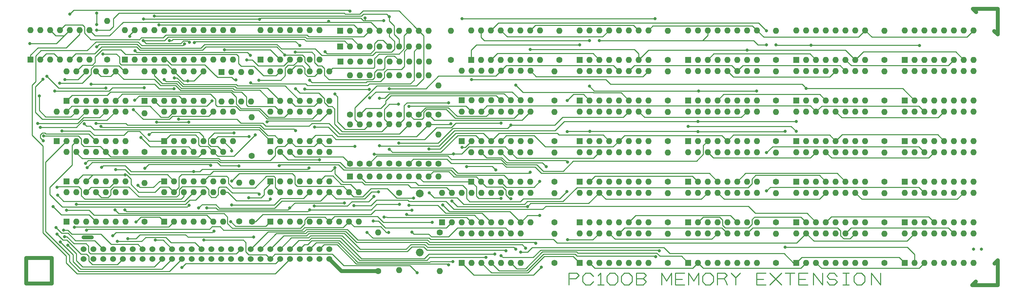
<source format=gtl>
G04 #@! TF.GenerationSoftware,KiCad,Pcbnew,(5.1.12)-1*
G04 #@! TF.CreationDate,2023-01-17T22:17:09+01:00*
G04 #@! TF.ProjectId,arcobaleno memory extension,6172636f-6261-46c6-956e-6f206d656d6f,rev?*
G04 #@! TF.SameCoordinates,Original*
G04 #@! TF.FileFunction,Copper,L1,Top*
G04 #@! TF.FilePolarity,Positive*
%FSLAX46Y46*%
G04 Gerber Fmt 4.6, Leading zero omitted, Abs format (unit mm)*
G04 Created by KiCad (PCBNEW (5.1.12)-1) date 2023-01-17 22:17:09*
%MOMM*%
%LPD*%
G01*
G04 APERTURE LIST*
G04 #@! TA.AperFunction,ComponentPad*
%ADD10O,1.600000X1.600000*%
G04 #@! TD*
G04 #@! TA.AperFunction,ComponentPad*
%ADD11R,1.600000X1.600000*%
G04 #@! TD*
G04 #@! TA.AperFunction,ComponentPad*
%ADD12C,1.524000*%
G04 #@! TD*
G04 #@! TA.AperFunction,ComponentPad*
%ADD13C,1.600000*%
G04 #@! TD*
G04 #@! TA.AperFunction,ComponentPad*
%ADD14C,2.000000*%
G04 #@! TD*
G04 #@! TA.AperFunction,ComponentPad*
%ADD15O,2.000000X2.000000*%
G04 #@! TD*
G04 #@! TA.AperFunction,ViaPad*
%ADD16C,0.800000*%
G04 #@! TD*
G04 #@! TA.AperFunction,Conductor*
%ADD17C,0.250000*%
G04 #@! TD*
G04 #@! TA.AperFunction,Conductor*
%ADD18C,1.000000*%
G04 #@! TD*
G04 APERTURE END LIST*
D10*
X24135080Y-52649080D03*
X39375080Y-60269080D03*
X26675080Y-52649080D03*
X36835080Y-60269080D03*
X29215080Y-52649080D03*
X34295080Y-60269080D03*
X31755080Y-52649080D03*
X31755080Y-60269080D03*
X34295080Y-52649080D03*
X29215080Y-60269080D03*
X36835080Y-52649080D03*
X26675080Y-60269080D03*
X39375080Y-52649080D03*
D11*
X24135080Y-60269080D03*
D12*
X37851080Y-111831080D03*
X37851080Y-109291080D03*
X40391080Y-111831080D03*
X40391080Y-109291080D03*
X42931080Y-111831080D03*
X42931080Y-109291080D03*
X45471080Y-111831080D03*
X45471080Y-109291080D03*
X48011080Y-111831080D03*
X48011080Y-109291080D03*
X50551080Y-111831080D03*
X50551080Y-109291080D03*
X53091080Y-111831080D03*
X53091080Y-109291080D03*
X55631080Y-111831080D03*
X55631080Y-109291080D03*
X58171080Y-111831080D03*
X58171080Y-109291080D03*
X60711080Y-111831080D03*
X60711080Y-109291080D03*
X63251080Y-111831080D03*
X63251080Y-109291080D03*
X65791080Y-111831080D03*
X65791080Y-109291080D03*
X68331080Y-111831080D03*
X68331080Y-109291080D03*
X70871080Y-111831080D03*
X70871080Y-109291080D03*
X73411080Y-111831080D03*
X73411080Y-109291080D03*
X75951080Y-111831080D03*
X75951080Y-109291080D03*
X78491080Y-111831080D03*
X78491080Y-109291080D03*
X81031080Y-111831080D03*
X81031080Y-109291080D03*
X83571080Y-111831080D03*
X83571080Y-109291080D03*
X86111080Y-111831080D03*
X86111080Y-109291080D03*
X88651080Y-111831080D03*
X88651080Y-109291080D03*
X91191080Y-111831080D03*
X91191080Y-109291080D03*
X93731080Y-111831080D03*
X93731080Y-109291080D03*
X96271080Y-111831080D03*
X96271080Y-109291080D03*
X98811080Y-111831080D03*
X98811080Y-109291080D03*
X101351080Y-111831080D03*
X101351080Y-109291080D03*
D10*
X58679080Y-94559080D03*
X73919080Y-102179080D03*
X61219080Y-94559080D03*
X71379080Y-102179080D03*
X63759080Y-94559080D03*
X68839080Y-102179080D03*
X66299080Y-94559080D03*
X66299080Y-102179080D03*
X68839080Y-94559080D03*
X63759080Y-102179080D03*
X71379080Y-94559080D03*
X61219080Y-102179080D03*
X73919080Y-94559080D03*
D11*
X58679080Y-102179080D03*
D13*
X53599080Y-84145080D03*
D10*
X53599080Y-74145080D03*
D11*
X104172080Y-56926080D03*
D10*
X106712080Y-56926080D03*
X109252080Y-56926080D03*
X111792080Y-56926080D03*
X114332080Y-56926080D03*
X116872080Y-56926080D03*
X119412080Y-56926080D03*
X121952080Y-56926080D03*
X124492080Y-56926080D03*
X127032080Y-56926080D03*
X43947080Y-50269080D03*
D13*
X43947080Y-60269080D03*
X78027080Y-102131080D03*
D10*
X78027080Y-92131080D03*
X53599080Y-92179080D03*
D13*
X53599080Y-102179080D03*
X81285080Y-85161080D03*
D10*
X81285080Y-75161080D03*
D13*
X119377080Y-94771080D03*
D10*
X119377080Y-114771080D03*
X113987080Y-104961080D03*
D13*
X113987080Y-114961080D03*
X129837080Y-104971080D03*
D10*
X129837080Y-114971080D03*
D11*
X83571080Y-60269080D03*
D10*
X98811080Y-52649080D03*
X86111080Y-60269080D03*
X96271080Y-52649080D03*
X88651080Y-60269080D03*
X93731080Y-52649080D03*
X91191080Y-60269080D03*
X91191080Y-52649080D03*
X93731080Y-60269080D03*
X88651080Y-52649080D03*
X96271080Y-60269080D03*
X86111080Y-52649080D03*
X98811080Y-60269080D03*
X83571080Y-52649080D03*
D11*
X86111080Y-70937080D03*
D10*
X101351080Y-63317080D03*
X88651080Y-70937080D03*
X98811080Y-63317080D03*
X91191080Y-70937080D03*
X96271080Y-63317080D03*
X93731080Y-70937080D03*
X93731080Y-63317080D03*
X96271080Y-70937080D03*
X91191080Y-63317080D03*
X98811080Y-70937080D03*
X88651080Y-63317080D03*
X101351080Y-70937080D03*
X86111080Y-63317080D03*
X53599080Y-63317080D03*
X68839080Y-70937080D03*
X56139080Y-63317080D03*
X66299080Y-70937080D03*
X58679080Y-63317080D03*
X63759080Y-70937080D03*
X61219080Y-63317080D03*
X61219080Y-70937080D03*
X63759080Y-63317080D03*
X58679080Y-70937080D03*
X66299080Y-63317080D03*
X56139080Y-70937080D03*
X68839080Y-63317080D03*
D11*
X53599080Y-70937080D03*
X33447080Y-70931080D03*
D10*
X48687080Y-63311080D03*
X35987080Y-70931080D03*
X46147080Y-63311080D03*
X38527080Y-70931080D03*
X43607080Y-63311080D03*
X41067080Y-70931080D03*
X41067080Y-63311080D03*
X43607080Y-70931080D03*
X38527080Y-63311080D03*
X46147080Y-70931080D03*
X35987080Y-63311080D03*
X48687080Y-70931080D03*
X33447080Y-63311080D03*
X86111080Y-73731080D03*
X101351080Y-81351080D03*
X88651080Y-73731080D03*
X98811080Y-81351080D03*
X91191080Y-73731080D03*
X96271080Y-81351080D03*
X93731080Y-73731080D03*
X93731080Y-81351080D03*
X96271080Y-73731080D03*
X91191080Y-81351080D03*
X98811080Y-73731080D03*
X88651080Y-81351080D03*
X101351080Y-73731080D03*
D11*
X86111080Y-81351080D03*
D10*
X58679080Y-73731080D03*
X76459080Y-81351080D03*
X61219080Y-73731080D03*
X73919080Y-81351080D03*
X63759080Y-73731080D03*
X71379080Y-81351080D03*
X66299080Y-73731080D03*
X68839080Y-81351080D03*
X68839080Y-73731080D03*
X66299080Y-81351080D03*
X71379080Y-73731080D03*
X63759080Y-81351080D03*
X73919080Y-73731080D03*
X61219080Y-81351080D03*
X76459080Y-73731080D03*
D11*
X58679080Y-81351080D03*
X30867080Y-81341080D03*
D10*
X48647080Y-73721080D03*
X33407080Y-81341080D03*
X46107080Y-73721080D03*
X35947080Y-81341080D03*
X43567080Y-73721080D03*
X38487080Y-81341080D03*
X41027080Y-73721080D03*
X41027080Y-81341080D03*
X38487080Y-73721080D03*
X43567080Y-81341080D03*
X35947080Y-73721080D03*
X46107080Y-81341080D03*
X33407080Y-73721080D03*
X48647080Y-81341080D03*
X30867080Y-73721080D03*
X138027080Y-84221080D03*
X153267080Y-91841080D03*
X140567080Y-84221080D03*
X150727080Y-91841080D03*
X143107080Y-84221080D03*
X148187080Y-91841080D03*
X145647080Y-84221080D03*
X145647080Y-91841080D03*
X148187080Y-84221080D03*
X143107080Y-91841080D03*
X150727080Y-84221080D03*
X140567080Y-91841080D03*
X153267080Y-84221080D03*
D11*
X138027080Y-91841080D03*
X86111080Y-91765080D03*
D10*
X101351080Y-84145080D03*
X88651080Y-91765080D03*
X98811080Y-84145080D03*
X91191080Y-91765080D03*
X96271080Y-84145080D03*
X93731080Y-91765080D03*
X93731080Y-84145080D03*
X96271080Y-91765080D03*
X91191080Y-84145080D03*
X98811080Y-91765080D03*
X88651080Y-84145080D03*
X101351080Y-91765080D03*
X86111080Y-84145080D03*
D11*
X58679080Y-91765080D03*
D10*
X73919080Y-84145080D03*
X61219080Y-91765080D03*
X71379080Y-84145080D03*
X63759080Y-91765080D03*
X68839080Y-84145080D03*
X66299080Y-91765080D03*
X66299080Y-84145080D03*
X68839080Y-91765080D03*
X63759080Y-84145080D03*
X71379080Y-91765080D03*
X61219080Y-84145080D03*
X73919080Y-91765080D03*
X58679080Y-84145080D03*
X33427080Y-84131080D03*
X48667080Y-91751080D03*
X35967080Y-84131080D03*
X46127080Y-91751080D03*
X38507080Y-84131080D03*
X43587080Y-91751080D03*
X41047080Y-84131080D03*
X41047080Y-91751080D03*
X43587080Y-84131080D03*
X38507080Y-91751080D03*
X46127080Y-84131080D03*
X35967080Y-91751080D03*
X48667080Y-84131080D03*
D11*
X33427080Y-91751080D03*
D10*
X130447080Y-94721080D03*
X153307080Y-102341080D03*
X132987080Y-94721080D03*
X150767080Y-102341080D03*
X135527080Y-94721080D03*
X148227080Y-102341080D03*
X138067080Y-94721080D03*
X145687080Y-102341080D03*
X140607080Y-94721080D03*
X143147080Y-102341080D03*
X143147080Y-94721080D03*
X140607080Y-102341080D03*
X145687080Y-94721080D03*
X138067080Y-102341080D03*
X148227080Y-94721080D03*
X135527080Y-102341080D03*
X150767080Y-94721080D03*
X132987080Y-102341080D03*
X153307080Y-94721080D03*
D11*
X130447080Y-102341080D03*
X86111080Y-102179080D03*
D10*
X108971080Y-94559080D03*
X88651080Y-102179080D03*
X106431080Y-94559080D03*
X91191080Y-102179080D03*
X103891080Y-94559080D03*
X93731080Y-102179080D03*
X101351080Y-94559080D03*
X96271080Y-102179080D03*
X98811080Y-94559080D03*
X98811080Y-102179080D03*
X96271080Y-94559080D03*
X101351080Y-102179080D03*
X93731080Y-94559080D03*
X103891080Y-102179080D03*
X91191080Y-94559080D03*
X106431080Y-102179080D03*
X88651080Y-94559080D03*
X108971080Y-102179080D03*
X86111080Y-94559080D03*
D11*
X33437080Y-102161080D03*
D10*
X48677080Y-94541080D03*
X35977080Y-102161080D03*
X46137080Y-94541080D03*
X38517080Y-102161080D03*
X43597080Y-94541080D03*
X41057080Y-102161080D03*
X41057080Y-94541080D03*
X43597080Y-102161080D03*
X38517080Y-94541080D03*
X46137080Y-102161080D03*
X35977080Y-94541080D03*
X48677080Y-102161080D03*
X33437080Y-94541080D03*
D11*
X135527080Y-112841080D03*
D10*
X150767080Y-105221080D03*
X138067080Y-112841080D03*
X148227080Y-105221080D03*
X140607080Y-112841080D03*
X145687080Y-105221080D03*
X143147080Y-112841080D03*
X143147080Y-105221080D03*
X145687080Y-112841080D03*
X140607080Y-105221080D03*
X148227080Y-112841080D03*
X138067080Y-105221080D03*
X150767080Y-112841080D03*
X135527080Y-105221080D03*
X111637080Y-77021080D03*
D13*
X111637080Y-87181080D03*
X114247080Y-87181080D03*
D10*
X114247080Y-77021080D03*
D13*
X121887080Y-87201080D03*
D10*
X121887080Y-77041080D03*
X127007080Y-77031080D03*
D13*
X127007080Y-87191080D03*
X119287080Y-87221080D03*
D10*
X119287080Y-77061080D03*
X116817080Y-77011080D03*
D13*
X116817080Y-87171080D03*
D10*
X124437080Y-77021080D03*
D13*
X124437080Y-87181080D03*
D10*
X106685080Y-64333080D03*
D13*
X106685080Y-74493080D03*
X109217080Y-87201080D03*
D10*
X109217080Y-77041080D03*
D13*
X116845080Y-74493080D03*
D10*
X116845080Y-64333080D03*
X127005080Y-64333080D03*
D13*
X127005080Y-74493080D03*
D10*
X121925080Y-64333080D03*
D13*
X121925080Y-74493080D03*
X119385080Y-74493080D03*
D10*
X119385080Y-64333080D03*
X114305080Y-64333080D03*
D13*
X114305080Y-74493080D03*
X124467080Y-74491080D03*
D10*
X124467080Y-64331080D03*
D13*
X111765080Y-74493080D03*
D10*
X111765080Y-64333080D03*
X109225080Y-64333080D03*
D13*
X109225080Y-74493080D03*
X106685080Y-87193080D03*
D10*
X106685080Y-77033080D03*
D13*
X81317080Y-102181080D03*
D10*
X81317080Y-92021080D03*
X129517080Y-90491080D03*
X126977080Y-90491080D03*
X124437080Y-90491080D03*
X121897080Y-90491080D03*
X119357080Y-90491080D03*
X116817080Y-90491080D03*
X114277080Y-90491080D03*
X111737080Y-90491080D03*
X109197080Y-90491080D03*
D11*
X106657080Y-90491080D03*
X104197080Y-60801080D03*
D10*
X106737080Y-60801080D03*
X109277080Y-60801080D03*
X111817080Y-60801080D03*
X114357080Y-60801080D03*
X116897080Y-60801080D03*
X119437080Y-60801080D03*
X121977080Y-60801080D03*
X124517080Y-60801080D03*
X127057080Y-60801080D03*
X127005080Y-52841080D03*
X124465080Y-52841080D03*
X121925080Y-52841080D03*
X119385080Y-52841080D03*
X116845080Y-52841080D03*
X114305080Y-52841080D03*
X111765080Y-52841080D03*
X109225080Y-52841080D03*
X106685080Y-52841080D03*
D11*
X104145080Y-52841080D03*
X250027080Y-60341080D03*
D10*
X267807080Y-52721080D03*
X252567080Y-60341080D03*
X265267080Y-52721080D03*
X255107080Y-60341080D03*
X262727080Y-52721080D03*
X257647080Y-60341080D03*
X260187080Y-52721080D03*
X260187080Y-60341080D03*
X257647080Y-52721080D03*
X262727080Y-60341080D03*
X255107080Y-52721080D03*
X265267080Y-60341080D03*
X252567080Y-52721080D03*
X267807080Y-60341080D03*
X250027080Y-52721080D03*
D11*
X222027080Y-60341080D03*
D10*
X239807080Y-52721080D03*
X224567080Y-60341080D03*
X237267080Y-52721080D03*
X227107080Y-60341080D03*
X234727080Y-52721080D03*
X229647080Y-60341080D03*
X232187080Y-52721080D03*
X232187080Y-60341080D03*
X229647080Y-52721080D03*
X234727080Y-60341080D03*
X227107080Y-52721080D03*
X237267080Y-60341080D03*
X224567080Y-52721080D03*
X239807080Y-60341080D03*
X222027080Y-52721080D03*
D11*
X194027080Y-60341080D03*
D10*
X211807080Y-52721080D03*
X196567080Y-60341080D03*
X209267080Y-52721080D03*
X199107080Y-60341080D03*
X206727080Y-52721080D03*
X201647080Y-60341080D03*
X204187080Y-52721080D03*
X204187080Y-60341080D03*
X201647080Y-52721080D03*
X206727080Y-60341080D03*
X199107080Y-52721080D03*
X209267080Y-60341080D03*
X196567080Y-52721080D03*
X211807080Y-60341080D03*
X194027080Y-52721080D03*
X166027080Y-52721080D03*
X183807080Y-60341080D03*
X168567080Y-52721080D03*
X181267080Y-60341080D03*
X171107080Y-52721080D03*
X178727080Y-60341080D03*
X173647080Y-52721080D03*
X176187080Y-60341080D03*
X176187080Y-52721080D03*
X173647080Y-60341080D03*
X178727080Y-52721080D03*
X171107080Y-60341080D03*
X181267080Y-52721080D03*
X168567080Y-60341080D03*
X183807080Y-52721080D03*
D11*
X166027080Y-60341080D03*
D10*
X138027080Y-52721080D03*
X155807080Y-60341080D03*
X140567080Y-52721080D03*
X153267080Y-60341080D03*
X143107080Y-52721080D03*
X150727080Y-60341080D03*
X145647080Y-52721080D03*
X148187080Y-60341080D03*
X148187080Y-52721080D03*
X145647080Y-60341080D03*
X150727080Y-52721080D03*
X143107080Y-60341080D03*
X153267080Y-52721080D03*
X140567080Y-60341080D03*
X155807080Y-52721080D03*
D11*
X138027080Y-60341080D03*
D10*
X250027080Y-63221080D03*
X267807080Y-70841080D03*
X252567080Y-63221080D03*
X265267080Y-70841080D03*
X255107080Y-63221080D03*
X262727080Y-70841080D03*
X257647080Y-63221080D03*
X260187080Y-70841080D03*
X260187080Y-63221080D03*
X257647080Y-70841080D03*
X262727080Y-63221080D03*
X255107080Y-70841080D03*
X265267080Y-63221080D03*
X252567080Y-70841080D03*
X267807080Y-63221080D03*
D11*
X250027080Y-70841080D03*
D10*
X222027080Y-63221080D03*
X239807080Y-70841080D03*
X224567080Y-63221080D03*
X237267080Y-70841080D03*
X227107080Y-63221080D03*
X234727080Y-70841080D03*
X229647080Y-63221080D03*
X232187080Y-70841080D03*
X232187080Y-63221080D03*
X229647080Y-70841080D03*
X234727080Y-63221080D03*
X227107080Y-70841080D03*
X237267080Y-63221080D03*
X224567080Y-70841080D03*
X239807080Y-63221080D03*
D11*
X222027080Y-70841080D03*
D10*
X194027080Y-63221080D03*
X211807080Y-70841080D03*
X196567080Y-63221080D03*
X209267080Y-70841080D03*
X199107080Y-63221080D03*
X206727080Y-70841080D03*
X201647080Y-63221080D03*
X204187080Y-70841080D03*
X204187080Y-63221080D03*
X201647080Y-70841080D03*
X206727080Y-63221080D03*
X199107080Y-70841080D03*
X209267080Y-63221080D03*
X196567080Y-70841080D03*
X211807080Y-63221080D03*
D11*
X194027080Y-70841080D03*
X166027080Y-70841080D03*
D10*
X183807080Y-63221080D03*
X168567080Y-70841080D03*
X181267080Y-63221080D03*
X171107080Y-70841080D03*
X178727080Y-63221080D03*
X173647080Y-70841080D03*
X176187080Y-63221080D03*
X176187080Y-70841080D03*
X173647080Y-63221080D03*
X178727080Y-70841080D03*
X171107080Y-63221080D03*
X181267080Y-70841080D03*
X168567080Y-63221080D03*
X183807080Y-70841080D03*
X166027080Y-63221080D03*
D11*
X135527080Y-70830400D03*
D10*
X153307080Y-63210400D03*
X138067080Y-70830400D03*
X150767080Y-63210400D03*
X140607080Y-70830400D03*
X148227080Y-63210400D03*
X143147080Y-70830400D03*
X145687080Y-63210400D03*
X145687080Y-70830400D03*
X143147080Y-63210400D03*
X148227080Y-70830400D03*
X140607080Y-63210400D03*
X150767080Y-70830400D03*
X138067080Y-63210400D03*
X153307080Y-70830400D03*
X135527080Y-63210400D03*
D11*
X250027080Y-81341080D03*
D10*
X267807080Y-73721080D03*
X252567080Y-81341080D03*
X265267080Y-73721080D03*
X255107080Y-81341080D03*
X262727080Y-73721080D03*
X257647080Y-81341080D03*
X260187080Y-73721080D03*
X260187080Y-81341080D03*
X257647080Y-73721080D03*
X262727080Y-81341080D03*
X255107080Y-73721080D03*
X265267080Y-81341080D03*
X252567080Y-73721080D03*
X267807080Y-81341080D03*
X250027080Y-73721080D03*
D11*
X222027080Y-81341080D03*
D10*
X239807080Y-73721080D03*
X224567080Y-81341080D03*
X237267080Y-73721080D03*
X227107080Y-81341080D03*
X234727080Y-73721080D03*
X229647080Y-81341080D03*
X232187080Y-73721080D03*
X232187080Y-81341080D03*
X229647080Y-73721080D03*
X234727080Y-81341080D03*
X227107080Y-73721080D03*
X237267080Y-81341080D03*
X224567080Y-73721080D03*
X239807080Y-81341080D03*
X222027080Y-73721080D03*
D11*
X194027080Y-81341080D03*
D10*
X211807080Y-73721080D03*
X196567080Y-81341080D03*
X209267080Y-73721080D03*
X199107080Y-81341080D03*
X206727080Y-73721080D03*
X201647080Y-81341080D03*
X204187080Y-73721080D03*
X204187080Y-81341080D03*
X201647080Y-73721080D03*
X206727080Y-81341080D03*
X199107080Y-73721080D03*
X209267080Y-81341080D03*
X196567080Y-73721080D03*
X211807080Y-81341080D03*
X194027080Y-73721080D03*
D11*
X166027080Y-81341080D03*
D10*
X183807080Y-73721080D03*
X168567080Y-81341080D03*
X181267080Y-73721080D03*
X171107080Y-81341080D03*
X178727080Y-73721080D03*
X173647080Y-81341080D03*
X176187080Y-73721080D03*
X176187080Y-81341080D03*
X173647080Y-73721080D03*
X178727080Y-81341080D03*
X171107080Y-73721080D03*
X181267080Y-81341080D03*
X168567080Y-73721080D03*
X183807080Y-81341080D03*
X166027080Y-73721080D03*
X135527080Y-73721080D03*
X153307080Y-81341080D03*
X138067080Y-73721080D03*
X150767080Y-81341080D03*
X140607080Y-73721080D03*
X148227080Y-81341080D03*
X143147080Y-73721080D03*
X145687080Y-81341080D03*
X145687080Y-73721080D03*
X143147080Y-81341080D03*
X148227080Y-73721080D03*
X140607080Y-81341080D03*
X150767080Y-73721080D03*
X138067080Y-81341080D03*
X153307080Y-73721080D03*
D11*
X135527080Y-81341080D03*
D10*
X250027080Y-84221080D03*
X267807080Y-91841080D03*
X252567080Y-84221080D03*
X265267080Y-91841080D03*
X255107080Y-84221080D03*
X262727080Y-91841080D03*
X257647080Y-84221080D03*
X260187080Y-91841080D03*
X260187080Y-84221080D03*
X257647080Y-91841080D03*
X262727080Y-84221080D03*
X255107080Y-91841080D03*
X265267080Y-84221080D03*
X252567080Y-91841080D03*
X267807080Y-84221080D03*
D11*
X250027080Y-91841080D03*
D10*
X222027080Y-84221080D03*
X239807080Y-91841080D03*
X224567080Y-84221080D03*
X237267080Y-91841080D03*
X227107080Y-84221080D03*
X234727080Y-91841080D03*
X229647080Y-84221080D03*
X232187080Y-91841080D03*
X232187080Y-84221080D03*
X229647080Y-91841080D03*
X234727080Y-84221080D03*
X227107080Y-91841080D03*
X237267080Y-84221080D03*
X224567080Y-91841080D03*
X239807080Y-84221080D03*
D11*
X222027080Y-91841080D03*
D10*
X194027080Y-84221080D03*
X211807080Y-91841080D03*
X196567080Y-84221080D03*
X209267080Y-91841080D03*
X199107080Y-84221080D03*
X206727080Y-91841080D03*
X201647080Y-84221080D03*
X204187080Y-91841080D03*
X204187080Y-84221080D03*
X201647080Y-91841080D03*
X206727080Y-84221080D03*
X199107080Y-91841080D03*
X209267080Y-84221080D03*
X196567080Y-91841080D03*
X211807080Y-84221080D03*
D11*
X194027080Y-91841080D03*
D10*
X166027080Y-84221080D03*
X183807080Y-91841080D03*
X168567080Y-84221080D03*
X181267080Y-91841080D03*
X171107080Y-84221080D03*
X178727080Y-91841080D03*
X173647080Y-84221080D03*
X176187080Y-91841080D03*
X176187080Y-84221080D03*
X173647080Y-91841080D03*
X178727080Y-84221080D03*
X171107080Y-91841080D03*
X181267080Y-84221080D03*
X168567080Y-91841080D03*
X183807080Y-84221080D03*
D11*
X166027080Y-91841080D03*
X250027080Y-102341080D03*
D10*
X267807080Y-94721080D03*
X252567080Y-102341080D03*
X265267080Y-94721080D03*
X255107080Y-102341080D03*
X262727080Y-94721080D03*
X257647080Y-102341080D03*
X260187080Y-94721080D03*
X260187080Y-102341080D03*
X257647080Y-94721080D03*
X262727080Y-102341080D03*
X255107080Y-94721080D03*
X265267080Y-102341080D03*
X252567080Y-94721080D03*
X267807080Y-102341080D03*
X250027080Y-94721080D03*
D11*
X222027080Y-102341080D03*
D10*
X239807080Y-94721080D03*
X224567080Y-102341080D03*
X237267080Y-94721080D03*
X227107080Y-102341080D03*
X234727080Y-94721080D03*
X229647080Y-102341080D03*
X232187080Y-94721080D03*
X232187080Y-102341080D03*
X229647080Y-94721080D03*
X234727080Y-102341080D03*
X227107080Y-94721080D03*
X237267080Y-102341080D03*
X224567080Y-94721080D03*
X239807080Y-102341080D03*
X222027080Y-94721080D03*
D11*
X194027080Y-102341080D03*
D10*
X211807080Y-94721080D03*
X196567080Y-102341080D03*
X209267080Y-94721080D03*
X199107080Y-102341080D03*
X206727080Y-94721080D03*
X201647080Y-102341080D03*
X204187080Y-94721080D03*
X204187080Y-102341080D03*
X201647080Y-94721080D03*
X206727080Y-102341080D03*
X199107080Y-94721080D03*
X209267080Y-102341080D03*
X196567080Y-94721080D03*
X211807080Y-102341080D03*
X194027080Y-94721080D03*
D11*
X166027080Y-102341080D03*
D10*
X183807080Y-94721080D03*
X168567080Y-102341080D03*
X181267080Y-94721080D03*
X171107080Y-102341080D03*
X178727080Y-94721080D03*
X173647080Y-102341080D03*
X176187080Y-94721080D03*
X176187080Y-102341080D03*
X173647080Y-94721080D03*
X178727080Y-102341080D03*
X171107080Y-94721080D03*
X181267080Y-102341080D03*
X168567080Y-94721080D03*
X183807080Y-102341080D03*
X166027080Y-94721080D03*
X250027080Y-105221080D03*
X267807080Y-112841080D03*
X252567080Y-105221080D03*
X265267080Y-112841080D03*
X255107080Y-105221080D03*
X262727080Y-112841080D03*
X257647080Y-105221080D03*
X260187080Y-112841080D03*
X260187080Y-105221080D03*
X257647080Y-112841080D03*
X262727080Y-105221080D03*
X255107080Y-112841080D03*
X265267080Y-105221080D03*
X252567080Y-112841080D03*
X267807080Y-105221080D03*
D11*
X250027080Y-112841080D03*
D10*
X222027080Y-105221080D03*
X239807080Y-112841080D03*
X224567080Y-105221080D03*
X237267080Y-112841080D03*
X227107080Y-105221080D03*
X234727080Y-112841080D03*
X229647080Y-105221080D03*
X232187080Y-112841080D03*
X232187080Y-105221080D03*
X229647080Y-112841080D03*
X234727080Y-105221080D03*
X227107080Y-112841080D03*
X237267080Y-105221080D03*
X224567080Y-112841080D03*
X239807080Y-105221080D03*
D11*
X222027080Y-112841080D03*
D10*
X194027080Y-105221080D03*
X211807080Y-112841080D03*
X196567080Y-105221080D03*
X209267080Y-112841080D03*
X199107080Y-105221080D03*
X206727080Y-112841080D03*
X201647080Y-105221080D03*
X204187080Y-112841080D03*
X204187080Y-105221080D03*
X201647080Y-112841080D03*
X206727080Y-105221080D03*
X199107080Y-112841080D03*
X209267080Y-105221080D03*
X196567080Y-112841080D03*
X211807080Y-105221080D03*
D11*
X194027080Y-112841080D03*
X166027080Y-112841080D03*
D10*
X183807080Y-105221080D03*
X168567080Y-112841080D03*
X181267080Y-105221080D03*
X171107080Y-112841080D03*
X178727080Y-105221080D03*
X173647080Y-112841080D03*
X176187080Y-105221080D03*
X176187080Y-112841080D03*
X173647080Y-105221080D03*
X178727080Y-112841080D03*
X171107080Y-105221080D03*
X181267080Y-112841080D03*
X168567080Y-105221080D03*
X183807080Y-112841080D03*
X166027080Y-105221080D03*
D11*
X48519080Y-60269080D03*
D10*
X76459080Y-52649080D03*
X51059080Y-60269080D03*
X73919080Y-52649080D03*
X53599080Y-60269080D03*
X71379080Y-52649080D03*
X56139080Y-60269080D03*
X68839080Y-52649080D03*
X58679080Y-60269080D03*
X66299080Y-52649080D03*
X61219080Y-60269080D03*
X63759080Y-52649080D03*
X63759080Y-60269080D03*
X61219080Y-52649080D03*
X66299080Y-60269080D03*
X58679080Y-52649080D03*
X68839080Y-60269080D03*
X56139080Y-52649080D03*
X71379080Y-60269080D03*
X53599080Y-52649080D03*
X73919080Y-60269080D03*
X51059080Y-52649080D03*
X76459080Y-60269080D03*
X48519080Y-52649080D03*
D14*
X124727080Y-94891080D03*
D15*
X124727080Y-110131080D03*
D10*
X159527080Y-94841080D03*
D13*
X159527080Y-102341080D03*
X188777080Y-102341080D03*
D10*
X188777080Y-94841080D03*
D13*
X216777080Y-102341080D03*
D10*
X216777080Y-94841080D03*
D13*
X159527080Y-91841080D03*
D10*
X159527080Y-84341080D03*
X188777080Y-84341080D03*
D13*
X188777080Y-91841080D03*
X216777080Y-91841080D03*
D10*
X216777080Y-84341080D03*
X159527080Y-73841080D03*
D13*
X159527080Y-81341080D03*
X188777080Y-81341080D03*
D10*
X188777080Y-73841080D03*
X244777080Y-105341080D03*
D13*
X244777080Y-112841080D03*
D10*
X159527080Y-63341080D03*
D13*
X159527080Y-70841080D03*
X188777080Y-70841080D03*
D10*
X188777080Y-63341080D03*
X244777080Y-94841080D03*
D13*
X244777080Y-102341080D03*
X160777080Y-60341080D03*
D10*
X160777080Y-52841080D03*
X188777080Y-52841080D03*
D13*
X188777080Y-60341080D03*
X244777080Y-91841080D03*
D10*
X244777080Y-84341080D03*
X129545080Y-79693080D03*
D13*
X129545080Y-87193080D03*
X216777080Y-81341080D03*
D10*
X216777080Y-73841080D03*
D13*
X244777080Y-81341080D03*
D10*
X244777080Y-73841080D03*
X129545080Y-66993080D03*
D13*
X129545080Y-74493080D03*
X216777080Y-70841080D03*
D10*
X216777080Y-63341080D03*
X244777080Y-63341080D03*
D13*
X244777080Y-70841080D03*
X132777080Y-60341080D03*
D10*
X132777080Y-52841080D03*
X216777080Y-52841080D03*
D13*
X216777080Y-60341080D03*
X244777080Y-60341080D03*
D10*
X244777080Y-52841080D03*
X159527080Y-105341080D03*
D13*
X159527080Y-112841080D03*
X188777080Y-112841080D03*
D10*
X188777080Y-105341080D03*
X216777080Y-105341080D03*
D13*
X216777080Y-112841080D03*
D11*
X73467080Y-63541080D03*
D10*
X81087080Y-71161080D03*
X76007080Y-63541080D03*
X78547080Y-71161080D03*
X78547080Y-63541080D03*
X76007080Y-71161080D03*
X81087080Y-63541080D03*
X73467080Y-71161080D03*
D16*
X267807080Y-109321080D03*
X269847080Y-109301080D03*
X37817080Y-106281080D03*
X39937080Y-106281080D03*
X111107080Y-105011080D03*
X253817080Y-56621080D03*
X225767080Y-56531080D03*
X216747080Y-56501080D03*
X214247080Y-52801080D03*
X155722070Y-91826080D03*
X155722070Y-100626080D03*
X130657080Y-97901080D03*
X116827080Y-67801080D03*
X148277080Y-77251080D03*
X119287080Y-81911080D03*
X209247080Y-57801080D03*
X153222080Y-57651080D03*
X111767080Y-70231080D03*
X149497080Y-66901080D03*
X114317080Y-70241080D03*
X127177080Y-94741080D03*
X107687080Y-98081080D03*
X150772080Y-110101080D03*
X194022080Y-77526080D03*
X221954580Y-78868580D03*
X196597080Y-76276080D03*
X221997080Y-76326080D03*
X114287080Y-82581080D03*
X171122080Y-55351080D03*
X214297080Y-84376080D03*
X214272080Y-56501080D03*
X157407080Y-88001082D03*
X121907080Y-97951080D03*
X168597080Y-55351080D03*
X121897080Y-72381080D03*
X127057080Y-83391080D03*
X116817080Y-83461080D03*
X166047080Y-56501080D03*
X82237080Y-79761080D03*
X32217080Y-78731080D03*
X56352070Y-106981080D03*
X74237080Y-57726090D03*
X76737080Y-79231078D03*
X79967080Y-60351080D03*
X83147078Y-65641080D03*
X93697080Y-56666090D03*
X66417080Y-55861080D03*
X96267080Y-65661080D03*
X80917080Y-59191080D03*
X51117080Y-58021080D03*
X185622080Y-111276080D03*
X115407080Y-50231080D03*
X110577080Y-49511080D03*
X53317080Y-49771080D03*
X83307080Y-49851080D03*
X135647080Y-49701080D03*
X185522078Y-49701078D03*
X156077080Y-114011080D03*
X116817082Y-49191080D03*
X56127080Y-49046070D03*
X77237080Y-65571080D03*
X60057080Y-55361080D03*
X63947080Y-56211080D03*
X51927080Y-92821080D03*
X49757080Y-54301080D03*
X52637080Y-80451080D03*
X27509553Y-79986090D03*
X23947080Y-56101080D03*
X41257080Y-52671080D03*
X89857078Y-59081080D03*
X46127080Y-88721080D03*
X51067080Y-70811080D03*
X34267080Y-48511080D03*
X106697080Y-47731080D03*
X102737080Y-69211080D03*
X101177080Y-50416070D03*
X224567080Y-67741080D03*
X138067080Y-65446080D03*
X148227080Y-96251078D03*
X168547080Y-67176080D03*
X162797080Y-70851080D03*
X214322080Y-94276080D03*
X121327080Y-100351080D03*
X196747080Y-68401080D03*
X211747080Y-68401080D03*
X41187080Y-48271080D03*
X41217080Y-51191080D03*
X29947080Y-98281080D03*
X30387080Y-68391080D03*
X53517080Y-67591080D03*
X132147080Y-71431080D03*
X71027080Y-70981080D03*
X58677080Y-65491080D03*
X97547080Y-77741080D03*
X132717080Y-76921080D03*
X39787080Y-66651080D03*
X61257080Y-65011080D03*
X61219080Y-67849080D03*
X119237080Y-71831080D03*
X92617080Y-67861080D03*
X56699317Y-76446090D03*
X65023790Y-76446090D03*
X57347080Y-51336090D03*
X42837080Y-58811080D03*
X41197080Y-57031080D03*
X64747080Y-65771080D03*
X62367080Y-75696080D03*
X86117080Y-96371080D03*
X31127080Y-95331080D03*
X31647080Y-66401080D03*
X33437080Y-99221080D03*
X38027080Y-76921080D03*
X43587080Y-67661080D03*
X32937080Y-106061080D03*
X28337080Y-64591080D03*
X51367080Y-102281080D03*
X63247080Y-114041080D03*
X135627080Y-82971080D03*
X145687081Y-96221091D03*
X144322080Y-88826080D03*
X196572080Y-78876080D03*
X219147080Y-78801080D03*
X162872080Y-86776080D03*
X168647080Y-78826078D03*
X162822080Y-78876080D03*
X136797080Y-87961080D03*
X219147080Y-108801080D03*
X115507080Y-101041080D03*
X162897080Y-106891080D03*
X107937080Y-82751078D03*
X162747080Y-94401080D03*
X145672080Y-76676080D03*
X111657080Y-67961080D03*
X94947080Y-67941080D03*
X102787080Y-88211080D03*
X48617080Y-90071080D03*
X88367080Y-87701080D03*
X42347078Y-77601080D03*
X100257080Y-58261080D03*
X83257080Y-95071080D03*
X85237078Y-76371082D03*
X53647080Y-88401080D03*
X70717080Y-87631080D03*
X123087080Y-96121080D03*
X76077073Y-83921073D03*
X76077080Y-91741080D03*
X50717080Y-73211080D03*
X49247080Y-106581080D03*
X81787080Y-106211080D03*
X80562090Y-80181080D03*
X71517080Y-104631080D03*
X45397080Y-105881080D03*
X54787080Y-79721080D03*
X112857080Y-95671080D03*
X97467080Y-98161080D03*
X76107080Y-97901080D03*
X67587080Y-98641080D03*
X114037080Y-94521080D03*
X91117080Y-98651080D03*
X105217078Y-97351080D03*
X69677080Y-98666101D03*
X92587080Y-78671080D03*
X92517080Y-58351080D03*
X41067080Y-76791080D03*
X33770869Y-108279938D03*
X27367080Y-65331080D03*
X65077080Y-97941082D03*
X26377080Y-69681080D03*
X31807080Y-107421080D03*
X116627080Y-104991080D03*
X38557080Y-104361080D03*
X119447080Y-97751080D03*
X96267080Y-99111080D03*
X48497080Y-99136090D03*
X32687080Y-104401080D03*
X27427080Y-81261080D03*
X30707080Y-103761080D03*
X26687080Y-77781080D03*
X31020270Y-105444246D03*
X25987080Y-76781080D03*
X127957080Y-102381080D03*
X45977080Y-99136090D03*
X112907080Y-84741080D03*
X133417080Y-84701080D03*
X112697080Y-102001080D03*
X132987069Y-96841080D03*
X152527080Y-98271082D03*
X153272080Y-89376080D03*
X38342619Y-87096090D03*
X80477080Y-95981080D03*
X98797080Y-86181080D03*
X75877078Y-102171080D03*
X38747080Y-88191080D03*
X77997080Y-87771080D03*
X81057080Y-66301080D03*
X35447080Y-103631078D03*
X132187080Y-113341080D03*
X133247080Y-112561080D03*
X141847080Y-111471080D03*
X144072080Y-110601080D03*
X146947082Y-109746101D03*
X149477080Y-109296090D03*
X152047080Y-109026080D03*
X154687080Y-107766090D03*
X124057080Y-115441080D03*
X68867080Y-106936080D03*
X35957080Y-97686080D03*
X46587080Y-107311080D03*
X186622080Y-109751080D03*
X145697080Y-110976080D03*
X65147080Y-55831080D03*
X53267080Y-55401080D03*
X122637080Y-104871080D03*
X122667080Y-99221080D03*
X96087080Y-88301080D03*
X66277080Y-89211080D03*
X42507080Y-88106090D03*
X30997080Y-93301080D03*
X32977080Y-65441080D03*
D17*
X187147080Y-115501080D02*
X187147080Y-118501080D01*
X188447080Y-117501080D02*
X187147080Y-115501080D01*
X189747080Y-115501080D02*
X188447080Y-117501080D01*
X189747080Y-118501080D02*
X189747080Y-115501080D01*
X190747080Y-115501080D02*
X193147080Y-115501080D01*
X190747080Y-118501080D02*
X190747080Y-115501080D01*
X190747080Y-117101080D02*
X192547080Y-117101080D01*
X190747080Y-118501080D02*
X193147080Y-118501080D01*
X194147080Y-115501080D02*
X194147080Y-118501080D01*
X196747080Y-115501080D02*
X195447080Y-117501080D01*
X195447080Y-117501080D02*
X194147080Y-115501080D01*
X196747080Y-118501080D02*
X196747080Y-115501080D01*
X198547080Y-115501080D02*
X199747080Y-115501080D01*
X200547080Y-116301080D02*
X200547080Y-117701080D01*
X197747080Y-116301080D02*
X198547080Y-115501080D01*
X199747080Y-115501080D02*
X200547080Y-116301080D01*
X197747080Y-117501080D02*
X197747080Y-116301080D01*
X199747080Y-118501080D02*
X198547080Y-118501080D01*
X200547080Y-117701080D02*
X199747080Y-118501080D01*
X197747080Y-117501080D02*
X197747080Y-117701080D01*
X197747080Y-117701080D02*
X198547080Y-118501080D01*
X201547080Y-115501080D02*
X201547080Y-118501080D01*
X201547080Y-115501080D02*
X203547080Y-115501080D01*
X203547080Y-115501080D02*
X204147080Y-116101080D01*
X204147080Y-116101080D02*
X203547080Y-116701080D01*
X203547080Y-116701080D02*
X203347080Y-116901080D01*
X203747080Y-117701080D02*
X204147080Y-118501080D01*
X203347080Y-116901080D02*
X203747080Y-117701080D01*
X203347080Y-116901080D02*
X201747080Y-116901080D01*
X205147080Y-115501080D02*
X206347080Y-116701080D01*
X206347080Y-116701080D02*
X206347080Y-118501080D01*
X206347080Y-116701080D02*
X207547080Y-115501080D01*
X211747080Y-117101080D02*
X213547080Y-117101080D01*
X211747080Y-118501080D02*
X214147080Y-118501080D01*
X211747080Y-118501080D02*
X211747080Y-115501080D01*
X211747080Y-115501080D02*
X214147080Y-115501080D01*
X215147080Y-115501080D02*
X218147080Y-118501080D01*
X218147080Y-115501080D02*
X215147080Y-118501080D01*
X220347080Y-115501080D02*
X220347080Y-118501080D01*
X219147080Y-115501080D02*
X220347080Y-115501080D01*
X220347080Y-115501080D02*
X221547080Y-115501080D01*
X222547080Y-118501080D02*
X222547080Y-115501080D01*
X222547080Y-117101080D02*
X224347080Y-117101080D01*
X222547080Y-118501080D02*
X224947080Y-118501080D01*
X222547080Y-115501080D02*
X224947080Y-115501080D01*
X226347080Y-115501080D02*
X226347080Y-116101080D01*
X226347080Y-118501080D02*
X226347080Y-115501080D01*
X226347080Y-115501080D02*
X228747080Y-118501080D01*
X228747080Y-118501080D02*
X228747080Y-115501080D01*
X230547080Y-115501080D02*
X229947080Y-116301080D01*
X231847080Y-115501080D02*
X230547080Y-115501080D01*
X232447080Y-116301080D02*
X231847080Y-115501080D01*
X230547080Y-117101080D02*
X229947080Y-116301080D01*
X231847080Y-117101080D02*
X230547080Y-117101080D01*
X230547080Y-118501080D02*
X229947080Y-117701080D01*
X231847080Y-118501080D02*
X230547080Y-118501080D01*
X232547080Y-117801080D02*
X231847080Y-118501080D01*
X232547080Y-117801080D02*
X231947080Y-117101080D01*
X234847080Y-118401080D02*
X234947080Y-118501080D01*
X234847080Y-115501080D02*
X234847080Y-118401080D01*
X234947080Y-118501080D02*
X235647080Y-118501080D01*
X234047080Y-118501080D02*
X234947080Y-118501080D01*
X234047080Y-115501080D02*
X234847080Y-115501080D01*
X234847080Y-115501080D02*
X235647080Y-115501080D01*
X241347080Y-115501080D02*
X243747080Y-118501080D01*
X241347080Y-118501080D02*
X241347080Y-115501080D01*
X243747080Y-118501080D02*
X243747080Y-115501080D01*
X237647080Y-118501080D02*
X236847080Y-117701080D01*
X239647080Y-117701080D02*
X238847080Y-118501080D01*
X239647080Y-116301080D02*
X239647080Y-117701080D01*
X238847080Y-115501080D02*
X239647080Y-116301080D01*
X238847080Y-118501080D02*
X237647080Y-118501080D01*
X236847080Y-116301080D02*
X237647080Y-115501080D01*
X237647080Y-115501080D02*
X238847080Y-115501080D01*
X236847080Y-117701080D02*
X236847080Y-116301080D01*
X165047080Y-116901080D02*
X163447080Y-116901080D01*
X165847080Y-116101080D02*
X165047080Y-116901080D01*
X165247080Y-115501080D02*
X165847080Y-116101080D01*
X163247080Y-115501080D02*
X165247080Y-115501080D01*
X163247080Y-118501080D02*
X163247080Y-115501080D01*
X168747080Y-118501080D02*
X167547080Y-118501080D01*
X166747080Y-117701080D02*
X167547080Y-118501080D01*
X169547080Y-117701080D02*
X168747080Y-118501080D01*
X167547080Y-115501080D02*
X168747080Y-115501080D01*
X166747080Y-116301080D02*
X167547080Y-115501080D01*
X168747080Y-115501080D02*
X169547080Y-116301080D01*
X166747080Y-117701080D02*
X166747080Y-116301080D01*
X171547080Y-118501080D02*
X172247080Y-118501080D01*
X170647080Y-118501080D02*
X171547080Y-118501080D01*
X171447080Y-115501080D02*
X171447080Y-118401080D01*
X171447080Y-115501080D02*
X170747080Y-116201080D01*
X173847080Y-115501080D02*
X175047080Y-115501080D01*
X173047080Y-116301080D02*
X173847080Y-115501080D01*
X173047080Y-117701080D02*
X173047080Y-116301080D01*
X173847080Y-118501080D02*
X173047080Y-117701080D01*
X175047080Y-115501080D02*
X175847080Y-116301080D01*
X175847080Y-116301080D02*
X175847080Y-117701080D01*
X175847080Y-117701080D02*
X175047080Y-118501080D01*
X175047080Y-118501080D02*
X173847080Y-118501080D01*
X177547080Y-115501080D02*
X178747080Y-115501080D01*
X176747080Y-116301080D02*
X177547080Y-115501080D01*
X176747080Y-117701080D02*
X176747080Y-116301080D01*
X177547080Y-118501080D02*
X176747080Y-117701080D01*
X178747080Y-115501080D02*
X179547080Y-116301080D01*
X179547080Y-117701080D02*
X178747080Y-118501080D01*
X178747080Y-118501080D02*
X177547080Y-118501080D01*
X179547080Y-116301080D02*
X179547080Y-117701080D01*
X182447080Y-116901080D02*
X180847080Y-116901080D01*
X182647080Y-115501080D02*
X183247080Y-116101080D01*
X180647080Y-115501080D02*
X182647080Y-115501080D01*
X180647080Y-118501080D02*
X180647080Y-115501080D01*
X182447080Y-118501080D02*
X180647080Y-118501080D01*
X183247080Y-117701080D02*
X182447080Y-118501080D01*
X183247080Y-116101080D02*
X182447080Y-116901080D01*
X182447080Y-116901080D02*
X183247080Y-117701080D01*
D18*
X274047080Y-112201080D02*
X273247080Y-113001080D01*
X274067080Y-118601080D02*
X274067080Y-112221080D01*
X267447080Y-118601080D02*
X274067080Y-118601080D01*
X268347080Y-117701080D02*
X267447080Y-118601080D01*
X274047080Y-53801080D02*
X274047080Y-47181080D01*
X267647080Y-47201080D02*
X268447080Y-48001080D01*
X273147080Y-52901080D02*
X274047080Y-53801080D01*
X274047080Y-47181080D02*
X267667080Y-47181080D01*
X29647080Y-111601080D02*
X23047080Y-111601080D01*
X29647080Y-118201080D02*
X29647080Y-111601080D01*
X23047080Y-118201080D02*
X29647080Y-118201080D01*
X23047080Y-111801080D02*
X23047080Y-118201080D01*
X37817080Y-106281080D02*
X39957080Y-106281080D01*
X39957080Y-106281080D02*
X39937080Y-106281080D01*
X104481080Y-114961080D02*
X101351080Y-111831080D01*
X113987080Y-114961080D02*
X104481080Y-114961080D01*
D17*
X226547080Y-107201080D02*
X250587080Y-107201080D01*
X250587080Y-107201080D02*
X252567080Y-105221080D01*
X224567080Y-105221080D02*
X226547080Y-107201080D01*
X112557080Y-106461080D02*
X111107080Y-105011080D01*
X127187080Y-106461080D02*
X112557080Y-106461080D01*
X159257080Y-106811080D02*
X127537080Y-106811080D01*
X160147080Y-107701080D02*
X159257080Y-106811080D01*
X222087080Y-107701080D02*
X160147080Y-107701080D01*
X127537080Y-106811080D02*
X127187080Y-106461080D01*
X224567080Y-105221080D02*
X222087080Y-107701080D01*
X253727080Y-56531080D02*
X253817080Y-56621080D01*
X225767080Y-56531080D02*
X253727080Y-56531080D01*
X216777080Y-56531080D02*
X216747080Y-56501080D01*
X225767080Y-56531080D02*
X216777080Y-56531080D01*
X145002080Y-50826080D02*
X143107080Y-52721080D01*
X212272080Y-50826080D02*
X145002080Y-50826080D01*
X214247080Y-52801080D02*
X212272080Y-50826080D01*
X147082080Y-93276080D02*
X154272070Y-93276080D01*
X154272070Y-93276080D02*
X155722070Y-91826080D01*
X145647080Y-91841080D02*
X147082080Y-93276080D01*
X150847080Y-102341080D02*
X152562080Y-100626080D01*
X152562080Y-100626080D02*
X155722070Y-100626080D01*
X132307080Y-99551080D02*
X130657080Y-97901080D01*
X147977080Y-99551080D02*
X132307080Y-99551080D01*
X150767080Y-102341080D02*
X147977080Y-99551080D01*
X171987080Y-54381080D02*
X173647080Y-52721080D01*
X147307080Y-54381080D02*
X171987080Y-54381080D01*
X145647080Y-52721080D02*
X147307080Y-54381080D01*
X141907080Y-74961080D02*
X143147080Y-73721080D01*
X132097071Y-72741071D02*
X134317080Y-74961080D01*
X134317080Y-74961080D02*
X141907080Y-74961080D01*
X126217089Y-72741071D02*
X132097071Y-72741071D01*
X124467080Y-74491080D02*
X126217089Y-72741071D01*
X200167080Y-106701080D02*
X201647080Y-105221080D01*
X175127080Y-106701080D02*
X200167080Y-106701080D01*
X173647080Y-105221080D02*
X175127080Y-106701080D01*
X227967080Y-96401080D02*
X229647080Y-94721080D01*
X203327080Y-96401080D02*
X227967080Y-96401080D01*
X201647080Y-94721080D02*
X203327080Y-96401080D01*
X256167080Y-85701080D02*
X257647080Y-84221080D01*
X231127080Y-85701080D02*
X256167080Y-85701080D01*
X229647080Y-84221080D02*
X231127080Y-85701080D01*
X144366400Y-64531080D02*
X129547080Y-64531080D01*
X129547080Y-64531080D02*
X126277080Y-67801080D01*
X145687080Y-63210400D02*
X144366400Y-64531080D01*
X126277080Y-67801080D02*
X116827080Y-67801080D01*
X174767080Y-61801080D02*
X176187080Y-63221080D01*
X147096400Y-61801080D02*
X174767080Y-61801080D01*
X145687080Y-63210400D02*
X147096400Y-61801080D01*
X202767080Y-103801080D02*
X204187080Y-105221080D01*
X177607080Y-103801080D02*
X202767080Y-103801080D01*
X176187080Y-105221080D02*
X177607080Y-103801080D01*
X230607080Y-64801080D02*
X232187080Y-63221080D01*
X205767080Y-64801080D02*
X230607080Y-64801080D01*
X204187080Y-63221080D02*
X205767080Y-64801080D01*
X258607080Y-75301080D02*
X260187080Y-73721080D01*
X233767080Y-75301080D02*
X258607080Y-75301080D01*
X232187080Y-73721080D02*
X233767080Y-75301080D01*
X233307080Y-61801080D02*
X208147080Y-61801080D01*
X208147080Y-61801080D02*
X206727080Y-63221080D01*
X234727080Y-63221080D02*
X233307080Y-61801080D01*
X148277080Y-77251080D02*
X159567080Y-77251080D01*
X159567080Y-77251080D02*
X161637080Y-75181080D01*
X177267080Y-75181080D02*
X178727080Y-73721080D01*
X161637080Y-75181080D02*
X177267080Y-75181080D01*
X205307080Y-61801080D02*
X206727080Y-63221080D01*
X180147080Y-61801080D02*
X205307080Y-61801080D01*
X178727080Y-63221080D02*
X180147080Y-61801080D01*
X261307080Y-103801080D02*
X262727080Y-105221080D01*
X236147080Y-103801080D02*
X261307080Y-103801080D01*
X234727080Y-105221080D02*
X236147080Y-103801080D01*
X119852765Y-81911080D02*
X119287080Y-81911080D01*
X129487080Y-81911080D02*
X119852765Y-81911080D01*
X133297080Y-78101080D02*
X129487080Y-81911080D01*
X147427080Y-78101080D02*
X133297080Y-78101080D01*
X148277080Y-77251080D02*
X147427080Y-78101080D01*
X133817080Y-75431080D02*
X149057080Y-75431080D01*
X131577080Y-73191080D02*
X133817080Y-75431080D01*
X126407080Y-73191080D02*
X131577080Y-73191080D01*
X149057080Y-75431080D02*
X150767080Y-73721080D01*
X125717080Y-73881080D02*
X126407080Y-73191080D01*
X125287080Y-75721080D02*
X125717080Y-75291080D01*
X125717080Y-75291080D02*
X125717080Y-73881080D01*
X123153080Y-75721080D02*
X125287080Y-75721080D01*
X121925080Y-74493080D02*
X123153080Y-75721080D01*
X179947080Y-51401080D02*
X181267080Y-52721080D01*
X154587080Y-51401080D02*
X179947080Y-51401080D01*
X153267080Y-52721080D02*
X154587080Y-51401080D01*
X207787080Y-75201080D02*
X209267080Y-73721080D01*
X182747080Y-75201080D02*
X207787080Y-75201080D01*
X181267080Y-73721080D02*
X182747080Y-75201080D01*
X263587080Y-96401080D02*
X265267080Y-94721080D01*
X238947080Y-96401080D02*
X263587080Y-96401080D01*
X237267080Y-94721080D02*
X238947080Y-96401080D01*
X235887080Y-106601080D02*
X237267080Y-105221080D01*
X234247080Y-106601080D02*
X235887080Y-106601080D01*
X233447080Y-105801080D02*
X234247080Y-106601080D01*
X233447080Y-104601080D02*
X233447080Y-105801080D01*
X232647080Y-103801080D02*
X233447080Y-104601080D01*
X210687080Y-103801080D02*
X232647080Y-103801080D01*
X209267080Y-105221080D02*
X210687080Y-103801080D01*
X213562080Y-54476080D02*
X211807080Y-52721080D01*
X238052080Y-54476080D02*
X213562080Y-54476080D01*
X239807080Y-52721080D02*
X238052080Y-54476080D01*
X151097080Y-75931080D02*
X153307080Y-73721080D01*
X128443080Y-75931080D02*
X151097080Y-75931080D01*
X127005080Y-74493080D02*
X128443080Y-75931080D01*
X210682079Y-51596079D02*
X211807080Y-52721080D01*
X184932081Y-51596079D02*
X210682079Y-51596079D01*
X183807080Y-52721080D02*
X184932081Y-51596079D01*
X239807080Y-52721080D02*
X241517080Y-54431080D01*
X266097080Y-54431080D02*
X267807080Y-52721080D01*
X241517080Y-54431080D02*
X266097080Y-54431080D01*
X182327080Y-64701080D02*
X183807080Y-63221080D01*
X154797760Y-64701080D02*
X182327080Y-64701080D01*
X153307080Y-63210400D02*
X154797760Y-64701080D01*
X153222080Y-57651080D02*
X180147080Y-57651080D01*
X181267080Y-58771080D02*
X181267080Y-60341080D01*
X180147080Y-57651080D02*
X181267080Y-58771080D01*
X237267080Y-60341080D02*
X239357080Y-58251080D01*
X263177080Y-58251080D02*
X265267080Y-60341080D01*
X239357080Y-58251080D02*
X263177080Y-58251080D01*
X209247080Y-57801080D02*
X234727080Y-57801080D01*
X234727080Y-57801080D02*
X237267080Y-60341080D01*
X148567750Y-68631070D02*
X150767080Y-70830400D01*
X113367090Y-68631070D02*
X148567750Y-68631070D01*
X111767080Y-70231080D02*
X113367090Y-68631070D01*
X183807080Y-57801080D02*
X181267080Y-60341080D01*
X209247080Y-57801080D02*
X183807080Y-57801080D01*
X146477760Y-69081080D02*
X148227080Y-70830400D01*
X116820082Y-69081080D02*
X146477760Y-69081080D01*
X115660082Y-70241080D02*
X116820082Y-69081080D01*
X114317080Y-70241080D02*
X115660082Y-70241080D01*
X149497080Y-66901080D02*
X151347091Y-68751091D01*
X151347091Y-68751091D02*
X169485680Y-68751091D01*
X169485680Y-68751091D02*
X169585680Y-68851091D01*
X176737091Y-68851091D02*
X178727080Y-70841080D01*
X169585680Y-68851091D02*
X176737091Y-68851091D01*
X180517091Y-100551069D02*
X204937069Y-100551069D01*
X178727080Y-102341080D02*
X180517091Y-100551069D01*
X204937069Y-100551069D02*
X206727080Y-102341080D01*
X232587080Y-89701080D02*
X234727080Y-91841080D01*
X208867080Y-89701080D02*
X232587080Y-89701080D01*
X206727080Y-91841080D02*
X208867080Y-89701080D01*
X261267080Y-61801080D02*
X262727080Y-60341080D01*
X236187080Y-61801080D02*
X261267080Y-61801080D01*
X234727080Y-60341080D02*
X236187080Y-61801080D01*
X144437080Y-69611080D02*
X145656400Y-70830400D01*
X117287080Y-69611080D02*
X144437080Y-69611080D01*
X115907080Y-70991080D02*
X117287080Y-69611080D01*
X115907080Y-71671080D02*
X115907080Y-70991080D01*
X114657080Y-72921080D02*
X115907080Y-71671080D01*
X110797080Y-72921080D02*
X114657080Y-72921080D01*
X145656400Y-70830400D02*
X145687080Y-70830400D01*
X109225080Y-74493080D02*
X110797080Y-72921080D01*
X157117080Y-82841080D02*
X174687080Y-82841080D01*
X154217080Y-79941080D02*
X157117080Y-82841080D01*
X147087080Y-79941080D02*
X154217080Y-79941080D01*
X174687080Y-82841080D02*
X176187080Y-81341080D01*
X145687080Y-81341080D02*
X147087080Y-79941080D01*
X202747080Y-79901080D02*
X204187080Y-81341080D01*
X177627080Y-79901080D02*
X202747080Y-79901080D01*
X176187080Y-81341080D02*
X177627080Y-79901080D01*
X230647080Y-79801080D02*
X232187080Y-81341080D01*
X205727080Y-79801080D02*
X230647080Y-79801080D01*
X204187080Y-81341080D02*
X205727080Y-79801080D01*
X233827080Y-79701080D02*
X258547080Y-79701080D01*
X258547080Y-79701080D02*
X260187080Y-81341080D01*
X232187080Y-81341080D02*
X233827080Y-79701080D01*
X211527080Y-90201080D02*
X228007080Y-90201080D01*
X210547080Y-92361080D02*
X210547080Y-91181080D01*
X209547080Y-93361080D02*
X210547080Y-92361080D01*
X165304579Y-93361080D02*
X209547080Y-93361080D01*
X152507080Y-96941080D02*
X161724579Y-96941080D01*
X210547080Y-91181080D02*
X211527080Y-90201080D01*
X136047080Y-97681080D02*
X151767080Y-97681080D01*
X151767080Y-97681080D02*
X152507080Y-96941080D01*
X134382079Y-96016079D02*
X136047080Y-97681080D01*
X128452079Y-96016079D02*
X134382079Y-96016079D01*
X228007080Y-90201080D02*
X229647080Y-91841080D01*
X161724579Y-96941080D02*
X165304579Y-93361080D01*
X127177080Y-94741080D02*
X128452079Y-96016079D01*
X256207080Y-100901080D02*
X257647080Y-102341080D01*
X231087080Y-100901080D02*
X256207080Y-100901080D01*
X229647080Y-102341080D02*
X231087080Y-100901080D01*
X255107080Y-70841080D02*
X254937080Y-70841080D01*
X156487080Y-99011080D02*
X157287080Y-98211080D01*
X211397080Y-100001080D02*
X224767080Y-100001080D01*
X133527080Y-99011080D02*
X156487080Y-99011080D01*
X209607080Y-98211080D02*
X211397080Y-100001080D01*
X131507080Y-96991080D02*
X133527080Y-99011080D01*
X121927080Y-96991080D02*
X131507080Y-96991080D01*
X121587080Y-96651080D02*
X121927080Y-96991080D01*
X157287080Y-98211080D02*
X209607080Y-98211080D01*
X113557080Y-96651080D02*
X121587080Y-96651080D01*
X112127080Y-98081080D02*
X113557080Y-96651080D01*
X224767080Y-100001080D02*
X227107080Y-102341080D01*
X107687080Y-98081080D02*
X112127080Y-98081080D01*
X253747080Y-114201080D02*
X255107080Y-112841080D01*
X228467080Y-114201080D02*
X253747080Y-114201080D01*
X227107080Y-112841080D02*
X228467080Y-114201080D01*
X250027080Y-102341080D02*
X250027080Y-102181080D01*
X250027080Y-112841080D02*
X250027080Y-112181080D01*
X250027080Y-112841080D02*
X250027080Y-112681080D01*
X222027080Y-112841080D02*
X222027080Y-112306080D01*
X153767080Y-108851080D02*
X152517080Y-110101080D01*
X189327080Y-110421080D02*
X187757080Y-108851080D01*
X152517080Y-110101080D02*
X150772080Y-110101080D01*
X187757080Y-108851080D02*
X153767080Y-108851080D01*
X218827080Y-110421080D02*
X189327080Y-110421080D01*
X221247080Y-112841080D02*
X218827080Y-110421080D01*
X222027080Y-112841080D02*
X221247080Y-112841080D01*
X248587080Y-111401080D02*
X250027080Y-112841080D01*
X223467080Y-111401080D02*
X248587080Y-111401080D01*
X222027080Y-112841080D02*
X223467080Y-111401080D01*
X220612080Y-77526080D02*
X194022080Y-77526080D01*
X221954580Y-78868580D02*
X220612080Y-77526080D01*
X186776078Y-111126080D02*
X192312080Y-111126080D01*
X165547080Y-110301080D02*
X185951078Y-110301080D01*
X185951078Y-110301080D02*
X186776078Y-111126080D01*
X156397080Y-110031080D02*
X165277080Y-110031080D01*
X165277080Y-110031080D02*
X165547080Y-110301080D01*
X152077080Y-114351080D02*
X156397080Y-110031080D01*
X149737080Y-114351080D02*
X152077080Y-114351080D01*
X192312080Y-111126080D02*
X194027080Y-112841080D01*
X148227080Y-112841080D02*
X149737080Y-114351080D01*
X225567080Y-58801080D02*
X227107080Y-60341080D01*
X200647080Y-58801080D02*
X225567080Y-58801080D01*
X199107080Y-60341080D02*
X200647080Y-58801080D01*
X131947080Y-85201080D02*
X113617080Y-85201080D01*
X132847080Y-86101080D02*
X131947080Y-85201080D01*
X147050670Y-87461080D02*
X145690670Y-86101080D01*
X154937080Y-87461080D02*
X147050670Y-87461080D01*
X145690670Y-86101080D02*
X132847080Y-86101080D01*
X161767080Y-89141080D02*
X156617080Y-89141080D01*
X156617080Y-89141080D02*
X154937080Y-87461080D01*
X196217080Y-86551080D02*
X164357080Y-86551080D01*
X164357080Y-86551080D02*
X161767080Y-89141080D01*
X197982079Y-82466081D02*
X197982079Y-84786081D01*
X113617080Y-85201080D02*
X111637080Y-87181080D01*
X197982079Y-84786081D02*
X196217080Y-86551080D01*
X199107080Y-81341080D02*
X197982079Y-82466081D01*
X228107080Y-69301080D02*
X229647080Y-70841080D01*
X203187080Y-69301080D02*
X228107080Y-69301080D01*
X201647080Y-70841080D02*
X203187080Y-69301080D01*
X156093875Y-89701080D02*
X199507080Y-89701080D01*
X147044260Y-88091080D02*
X154483875Y-88091080D01*
X146074260Y-87121080D02*
X147044260Y-88091080D01*
X154483875Y-88091080D02*
X156093875Y-89701080D01*
X132808875Y-87121080D02*
X146074260Y-87121080D01*
X131743874Y-86056079D02*
X132808875Y-87121080D01*
X199507080Y-89701080D02*
X201647080Y-91841080D01*
X123032081Y-86056079D02*
X131743874Y-86056079D01*
X121887080Y-87201080D02*
X123032081Y-86056079D01*
X196597080Y-76276080D02*
X221947080Y-76276080D01*
X221947080Y-76276080D02*
X221997080Y-76326080D01*
X159637080Y-78701080D02*
X162062080Y-76276080D01*
X133647080Y-78701080D02*
X159637080Y-78701080D01*
X162062080Y-76276080D02*
X196597080Y-76276080D01*
X129712079Y-82636081D02*
X133647080Y-78701080D01*
X114342081Y-82636081D02*
X129712079Y-82636081D01*
X114287080Y-82581080D02*
X114342081Y-82636081D01*
X215872080Y-82801080D02*
X214297080Y-84376080D01*
X253687080Y-82801080D02*
X215872080Y-82801080D01*
X255107080Y-84221080D02*
X253687080Y-82801080D01*
X214272080Y-56501080D02*
X212122080Y-56501080D01*
X212122080Y-56501080D02*
X210972080Y-55351080D01*
X199107080Y-54031080D02*
X197787080Y-55351080D01*
X199107080Y-52721080D02*
X199107080Y-54031080D01*
X197787080Y-55351080D02*
X171122080Y-55351080D01*
X210972080Y-55351080D02*
X197787080Y-55351080D01*
X141997080Y-85651080D02*
X140567080Y-84221080D01*
X147197080Y-86971080D02*
X145877080Y-85651080D01*
X156377078Y-86971080D02*
X147197080Y-86971080D01*
X145877080Y-85651080D02*
X141997080Y-85651080D01*
X157407080Y-88001082D02*
X156377078Y-86971080D01*
X140807080Y-100001080D02*
X143147080Y-102341080D01*
X131397080Y-100001080D02*
X140807080Y-100001080D01*
X129347080Y-97951080D02*
X131397080Y-100001080D01*
X121907080Y-97951080D02*
X129347080Y-97951080D01*
X141397080Y-55351080D02*
X168597080Y-55351080D01*
X140567080Y-54521080D02*
X141397080Y-55351080D01*
X140567080Y-52721080D02*
X140567080Y-54521080D01*
X136637061Y-72291061D02*
X138067080Y-73721080D01*
X121987099Y-72291061D02*
X136637061Y-72291061D01*
X121897080Y-72381080D02*
X121987099Y-72291061D01*
X172107080Y-79801080D02*
X173647080Y-81341080D01*
X160727080Y-79801080D02*
X172107080Y-79801080D01*
X160227080Y-79301080D02*
X160727080Y-79801080D01*
X145187080Y-79301080D02*
X160227080Y-79301080D01*
X143147080Y-81341080D02*
X145187080Y-79301080D01*
X129957080Y-83391080D02*
X127057080Y-83391080D01*
X134047080Y-79301080D02*
X129957080Y-83391080D01*
X141107080Y-79301080D02*
X134047080Y-79301080D01*
X143147080Y-81341080D02*
X141107080Y-79301080D01*
X169467080Y-58701080D02*
X171107080Y-60341080D01*
X144747080Y-58701080D02*
X169467080Y-58701080D01*
X143107080Y-60341080D02*
X144747080Y-58701080D01*
X117217079Y-83861079D02*
X116817080Y-83461080D01*
X117602081Y-84246081D02*
X117217079Y-83861079D01*
X130152079Y-84246081D02*
X117602081Y-84246081D01*
X134497080Y-79901080D02*
X130152079Y-84246081D01*
X139167080Y-79901080D02*
X134497080Y-79901080D01*
X140607080Y-81341080D02*
X139167080Y-79901080D01*
X166047080Y-56501080D02*
X139347080Y-56501080D01*
X138027080Y-57821080D02*
X138027080Y-60341080D01*
X139347080Y-56501080D02*
X138027080Y-57821080D01*
X164337080Y-111151080D02*
X166027080Y-112841080D01*
X156907080Y-111151080D02*
X164337080Y-111151080D01*
X143217080Y-115451080D02*
X152607080Y-115451080D01*
X152607080Y-115451080D02*
X156907080Y-111151080D01*
X140607080Y-112841080D02*
X143217080Y-115451080D01*
X60239080Y-79791080D02*
X58679080Y-81351080D01*
X66797080Y-79791080D02*
X60239080Y-79791080D01*
X67987080Y-82741080D02*
X67587080Y-82341080D01*
X69975080Y-82741080D02*
X67987080Y-82741080D01*
X67587080Y-80581080D02*
X66797080Y-79791080D01*
X71379080Y-84145080D02*
X69975080Y-82741080D01*
X67587080Y-82341080D02*
X67587080Y-80581080D01*
X39477080Y-78731080D02*
X32217080Y-78731080D01*
X40602081Y-79856081D02*
X39477080Y-78731080D01*
X43030082Y-79851080D02*
X43025081Y-79856081D01*
X49247069Y-78871091D02*
X48267080Y-79851080D01*
X43025081Y-79856081D02*
X40602081Y-79856081D01*
X48267080Y-79851080D02*
X43030082Y-79851080D01*
X52280093Y-78871091D02*
X49247069Y-78871091D01*
X58679080Y-81351080D02*
X54760082Y-81351080D01*
X54760082Y-81351080D02*
X52280093Y-78871091D01*
X58401080Y-106981080D02*
X56352070Y-106981080D01*
X60711080Y-109291080D02*
X58401080Y-106981080D01*
X76707091Y-85291069D02*
X72525069Y-85291069D01*
X72525069Y-85291069D02*
X71379080Y-84145080D01*
X82237080Y-79761080D02*
X76707091Y-85291069D01*
X86108090Y-57726090D02*
X74237080Y-57726090D01*
X88651080Y-60269080D02*
X86108090Y-57726090D01*
X70107080Y-82121080D02*
X70107080Y-80761080D01*
X73919080Y-84145080D02*
X72485080Y-82711080D01*
X71637082Y-79231078D02*
X76737080Y-79231078D01*
X70107080Y-80761080D02*
X71637082Y-79231078D01*
X70697080Y-82711080D02*
X70107080Y-82121080D01*
X72485080Y-82711080D02*
X70697080Y-82711080D01*
X81468078Y-60351080D02*
X79967080Y-60351080D01*
X89579080Y-61881080D02*
X82998078Y-61881080D01*
X91191080Y-60269080D02*
X89579080Y-61881080D01*
X82998078Y-61881080D02*
X81468078Y-60351080D01*
X93731080Y-60269080D02*
X93522078Y-60269080D01*
X93731080Y-60269080D02*
X93602670Y-60269080D01*
X93602670Y-60269080D02*
X92110670Y-61761080D01*
X92110670Y-61761080D02*
X90687080Y-61761080D01*
X90687080Y-61761080D02*
X89947080Y-62501080D01*
X89947080Y-62501080D02*
X89947080Y-64471080D01*
X89947080Y-64471080D02*
X88777080Y-65641080D01*
X88777080Y-65641080D02*
X83147078Y-65641080D01*
X66677080Y-55601080D02*
X66417080Y-55861080D01*
X92632070Y-55601080D02*
X66677080Y-55601080D01*
X93697080Y-56666090D02*
X92632070Y-55601080D01*
X110847080Y-66201080D02*
X96807080Y-66201080D01*
X114517080Y-65981080D02*
X111067080Y-65981080D01*
X115567080Y-64931080D02*
X114517080Y-65981080D01*
X115567080Y-63547490D02*
X115567080Y-64931080D01*
X119967080Y-62791080D02*
X116323490Y-62791080D01*
X111067080Y-65981080D02*
X110847080Y-66201080D01*
X120717080Y-62041080D02*
X119967080Y-62791080D01*
X116323490Y-62791080D02*
X115567080Y-63547490D01*
X120717080Y-58161080D02*
X120717080Y-62041080D01*
X96807080Y-66201080D02*
X96267080Y-65661080D01*
X121952080Y-56926080D02*
X120717080Y-58161080D01*
X80177091Y-58451091D02*
X80517081Y-58791081D01*
X80517081Y-58791081D02*
X80917080Y-59191080D01*
X51547091Y-58451091D02*
X80177091Y-58451091D01*
X51117080Y-58021080D02*
X51547091Y-58451091D01*
X115377080Y-50201080D02*
X115407080Y-50231080D01*
X110577080Y-50161080D02*
X110537080Y-50201080D01*
X110577080Y-49511080D02*
X110577080Y-50161080D01*
X110537080Y-50201080D02*
X115377080Y-50201080D01*
X53317080Y-49771080D02*
X83227080Y-49771080D01*
X83227080Y-49771080D02*
X83307080Y-49851080D01*
X83627080Y-49531080D02*
X83307080Y-49851080D01*
X109477080Y-49531080D02*
X83627080Y-49531080D01*
X110147080Y-50201080D02*
X109477080Y-49531080D01*
X110537080Y-50201080D02*
X110147080Y-50201080D01*
X135647080Y-49701080D02*
X185522075Y-49701081D01*
X185522075Y-49701081D02*
X185522078Y-49701078D01*
X156667080Y-110591080D02*
X152357080Y-114901080D01*
X164837080Y-110591080D02*
X156667080Y-110591080D01*
X145207080Y-114901080D02*
X143147080Y-112841080D01*
X185447080Y-111101080D02*
X165347080Y-111101080D01*
X152357080Y-114901080D02*
X145207080Y-114901080D01*
X165347080Y-111101080D02*
X164837080Y-110591080D01*
X185622080Y-111276080D02*
X185447080Y-111101080D01*
X135527080Y-112841080D02*
X138712080Y-116026080D01*
X138712080Y-116026080D02*
X154062080Y-116026080D01*
X154062080Y-116026080D02*
X156077080Y-114011080D01*
X116817082Y-49191080D02*
X116817082Y-50291082D01*
X116817082Y-50291082D02*
X118117080Y-51591080D01*
X118117080Y-51591080D02*
X118117080Y-53771080D01*
X119412080Y-55066080D02*
X119412080Y-56926080D01*
X118117080Y-53771080D02*
X119412080Y-55066080D01*
X116817082Y-49191080D02*
X116147083Y-48521081D01*
X116147083Y-48521081D02*
X110147079Y-48521081D01*
X110147079Y-48521081D02*
X109622090Y-49046070D01*
X109622090Y-49046070D02*
X56127080Y-49046070D01*
X76743491Y-65571080D02*
X77237080Y-65571080D01*
X76073491Y-64901080D02*
X76743491Y-65571080D01*
X72017069Y-64471069D02*
X72447080Y-64901080D01*
X71977069Y-64471069D02*
X72017069Y-64471069D01*
X60547080Y-61681080D02*
X69187080Y-61681080D01*
X72447080Y-64901080D02*
X76073491Y-64901080D01*
X59135080Y-60269080D02*
X60547080Y-61681080D01*
X69187080Y-61681080D02*
X71977069Y-64471069D01*
X58679080Y-60269080D02*
X59135080Y-60269080D01*
X60622765Y-55361080D02*
X60057080Y-55361080D01*
X95297082Y-55501080D02*
X94822081Y-55026079D01*
X105287080Y-55501080D02*
X95297082Y-55501080D01*
X60957766Y-55026079D02*
X60622765Y-55361080D01*
X94822081Y-55026079D02*
X60957766Y-55026079D01*
X106712080Y-56926080D02*
X105287080Y-55501080D01*
X63487080Y-56671080D02*
X63947080Y-56211080D01*
X52867080Y-56671080D02*
X63487080Y-56671080D01*
X41027080Y-55681080D02*
X51877080Y-55681080D01*
X51877080Y-55681080D02*
X52867080Y-56671080D01*
X91191080Y-111831080D02*
X87381080Y-115641080D01*
X36127080Y-115641080D02*
X33337080Y-112851080D01*
X87381080Y-115641080D02*
X36127080Y-115641080D01*
X27317080Y-105061080D02*
X27317080Y-82651080D01*
X33337080Y-111081080D02*
X27317080Y-105061080D01*
X27317080Y-82651080D02*
X24557080Y-79891080D01*
X24557080Y-79891080D02*
X24557080Y-66881080D01*
X24557080Y-66881080D02*
X25437080Y-66001080D01*
X33337080Y-112851080D02*
X33337080Y-111081080D01*
X25437080Y-66001080D02*
X25437080Y-59341080D01*
X25437080Y-59341080D02*
X26827080Y-57951080D01*
X26827080Y-57951080D02*
X38757080Y-57951080D01*
X38757080Y-57951080D02*
X41027080Y-55681080D01*
X58679080Y-91765080D02*
X57443080Y-91765080D01*
X57443080Y-91765080D02*
X55902081Y-93306079D01*
X55902081Y-93306079D02*
X52412079Y-93306079D01*
X52412079Y-93306079D02*
X51927080Y-92821080D01*
X49757080Y-53951080D02*
X51059080Y-52649080D01*
X49757080Y-54301080D02*
X49757080Y-53951080D01*
X55007080Y-82821080D02*
X52637080Y-80451080D01*
X64975080Y-82821080D02*
X55007080Y-82821080D01*
X66299080Y-84145080D02*
X64975080Y-82821080D01*
X36462090Y-79986090D02*
X27509553Y-79986090D01*
X37237080Y-80761080D02*
X36462090Y-79986090D01*
X42167080Y-82711080D02*
X37927080Y-82711080D01*
X43587080Y-84131080D02*
X42167080Y-82711080D01*
X37237080Y-82021080D02*
X37237080Y-80761080D01*
X37927080Y-82711080D02*
X37237080Y-82021080D01*
X34295080Y-52649080D02*
X30843080Y-56101080D01*
X30843080Y-56101080D02*
X23947080Y-56101080D01*
X32843080Y-54101080D02*
X34295080Y-52649080D01*
X30667080Y-54101080D02*
X32843080Y-54101080D01*
X29215080Y-52649080D02*
X30667080Y-54101080D01*
X67583080Y-85401080D02*
X68839080Y-84145080D01*
X44857080Y-85401080D02*
X67583080Y-85401080D01*
X43587080Y-84131080D02*
X44857080Y-85401080D01*
X124465080Y-52841080D02*
X124612082Y-52841080D01*
X123665081Y-52041081D02*
X124465080Y-52841080D01*
X109247080Y-48481080D02*
X110017080Y-47711080D01*
X105417080Y-48481080D02*
X109247080Y-48481080D01*
X110017080Y-47711080D02*
X119335080Y-47711080D01*
X105197080Y-48261080D02*
X105417080Y-48481080D01*
X119335080Y-47711080D02*
X123665081Y-52041081D01*
X46997080Y-48261080D02*
X105197080Y-48261080D01*
X45547080Y-49711080D02*
X46997080Y-48261080D01*
X45547080Y-51751080D02*
X45547080Y-49711080D01*
X44627080Y-52671080D02*
X45547080Y-51751080D01*
X41257080Y-52671080D02*
X44627080Y-52671080D01*
X113637080Y-67031080D02*
X107947080Y-72721080D01*
X123887080Y-67031080D02*
X113637080Y-67031080D01*
X107947080Y-75771080D02*
X109217080Y-77041080D01*
X125737080Y-65181080D02*
X123887080Y-67031080D01*
X125737080Y-54113080D02*
X125737080Y-65181080D01*
X107947080Y-72721080D02*
X107947080Y-75771080D01*
X124465080Y-52841080D02*
X125737080Y-54113080D01*
X94387080Y-59081080D02*
X89857078Y-59081080D01*
X94977080Y-59671080D02*
X94387080Y-59081080D01*
X94977080Y-60891710D02*
X94977080Y-59671080D01*
X96271080Y-62185710D02*
X94977080Y-60891710D01*
X96271080Y-63317080D02*
X96271080Y-62185710D01*
X87777078Y-57001080D02*
X89857078Y-59081080D01*
X52427080Y-57871080D02*
X68567080Y-57871080D01*
X69437080Y-57001080D02*
X87777078Y-57001080D01*
X51577080Y-57021080D02*
X52427080Y-57871080D01*
X34295080Y-60269080D02*
X35803080Y-58761080D01*
X68567080Y-57871080D02*
X69437080Y-57001080D01*
X35803080Y-58761080D02*
X40727080Y-58761080D01*
X40727080Y-58761080D02*
X42467080Y-57021080D01*
X42467080Y-57021080D02*
X51577080Y-57021080D01*
X110965081Y-53641079D02*
X111765080Y-52841080D01*
X31755080Y-52649080D02*
X33103080Y-51301080D01*
X33103080Y-51301080D02*
X37547080Y-51301080D01*
X37547080Y-51301080D02*
X38107080Y-51861080D01*
X96032080Y-54401080D02*
X110205080Y-54401080D01*
X38107080Y-51861080D02*
X38107080Y-53461080D01*
X58427080Y-54611080D02*
X59107080Y-53931080D01*
X38107080Y-53461080D02*
X39737080Y-55091080D01*
X39737080Y-55091080D02*
X52284078Y-55091080D01*
X52764078Y-54611080D02*
X58427080Y-54611080D01*
X110205080Y-54401080D02*
X110965081Y-53641079D01*
X52284078Y-55091080D02*
X52764078Y-54611080D01*
X59107080Y-53931080D02*
X95562080Y-53931080D01*
X95562080Y-53931080D02*
X96032080Y-54401080D01*
X26675080Y-60269080D02*
X28213080Y-58731080D01*
X30217080Y-58731080D02*
X31755080Y-60269080D01*
X28213080Y-58731080D02*
X30217080Y-58731080D01*
X59485080Y-90031080D02*
X61219080Y-91765080D01*
X49857080Y-90031080D02*
X59485080Y-90031080D01*
X48547080Y-88721080D02*
X49857080Y-90031080D01*
X46127080Y-88721080D02*
X48547080Y-88721080D01*
X62483080Y-69661080D02*
X63759080Y-70937080D01*
X52217080Y-69661080D02*
X62483080Y-69661080D01*
X51067080Y-70811080D02*
X52217080Y-69661080D01*
X24135080Y-60269080D02*
X24135080Y-60429080D01*
X24135080Y-60269080D02*
X24165080Y-60269080D01*
X36835080Y-53743080D02*
X36835080Y-52649080D01*
X33377080Y-57201080D02*
X36835080Y-53743080D01*
X26037080Y-57201080D02*
X33377080Y-57201080D01*
X24135080Y-59103080D02*
X26037080Y-57201080D01*
X24135080Y-60269080D02*
X24135080Y-59103080D01*
X87526079Y-64442081D02*
X88651080Y-63317080D01*
X84318081Y-64442081D02*
X87526079Y-64442081D01*
X81827080Y-61951080D02*
X84318081Y-64442081D01*
X78577080Y-61951080D02*
X81827080Y-61951080D01*
X77897080Y-61271080D02*
X78577080Y-61951080D01*
X77897080Y-59421080D02*
X77897080Y-61271080D01*
X77397080Y-58921080D02*
X77897080Y-59421080D01*
X74540084Y-58921080D02*
X77397080Y-58921080D01*
X73819078Y-58946082D02*
X74515082Y-58946082D01*
X48657080Y-58921080D02*
X73794076Y-58921080D01*
X42647080Y-57761080D02*
X47497080Y-57761080D01*
X73794076Y-58921080D02*
X73819078Y-58946082D01*
X47497080Y-57761080D02*
X48657080Y-58921080D01*
X40817080Y-60991080D02*
X40817080Y-59591080D01*
X40107080Y-61701080D02*
X40817080Y-60991080D01*
X74515082Y-58946082D02*
X74540084Y-58921080D01*
X35987080Y-63311080D02*
X37597080Y-61701080D01*
X40817080Y-59591080D02*
X42647080Y-57761080D01*
X37597080Y-61701080D02*
X40107080Y-61701080D01*
X106467080Y-47501080D02*
X106697080Y-47731080D01*
X35277080Y-47501080D02*
X106467080Y-47501080D01*
X34267080Y-48511080D02*
X35277080Y-47501080D01*
X101417080Y-50656070D02*
X101177080Y-50416070D01*
X114305080Y-52841080D02*
X112120070Y-50656070D01*
X112120070Y-50656070D02*
X101417080Y-50656070D01*
X100982070Y-50611080D02*
X101177080Y-50416070D01*
X48047080Y-50611080D02*
X100982070Y-50611080D01*
X44557080Y-54101080D02*
X48047080Y-50611080D01*
X40827080Y-54101080D02*
X44557080Y-54101080D01*
X39375080Y-52649080D02*
X40827080Y-54101080D01*
X103467080Y-69941080D02*
X102737080Y-69211080D01*
X103467080Y-76371080D02*
X103467080Y-69941080D01*
X105397070Y-78301070D02*
X103467080Y-76371080D01*
X110357090Y-78301070D02*
X105397070Y-78301070D01*
X111637080Y-77021080D02*
X110357090Y-78301070D01*
X249467080Y-67741080D02*
X224567080Y-67741080D01*
X252567080Y-70841080D02*
X249467080Y-67741080D01*
X147947078Y-96251078D02*
X148227080Y-96251078D01*
X146967080Y-95271080D02*
X147947078Y-96251078D01*
X146967080Y-94046080D02*
X146967080Y-95271080D01*
X146122080Y-93201080D02*
X146967080Y-94046080D01*
X141927080Y-93201080D02*
X146122080Y-93201080D01*
X140567080Y-91841080D02*
X141927080Y-93201080D01*
X139327080Y-90601080D02*
X140567080Y-91841080D01*
X133537080Y-90601080D02*
X139327080Y-90601080D01*
X132207080Y-89271080D02*
X133537080Y-90601080D01*
X128197080Y-89271080D02*
X132207080Y-89271080D01*
X126977080Y-90491080D02*
X128197080Y-89271080D01*
X138067080Y-65446080D02*
X172817080Y-65446080D01*
X172817080Y-65446080D02*
X174022079Y-66651079D01*
X174022079Y-66651079D02*
X223477079Y-66651079D01*
X223477079Y-66651079D02*
X224067081Y-67241081D01*
X224067081Y-67241081D02*
X224567080Y-67741080D01*
X167002080Y-69276080D02*
X168567080Y-70841080D01*
X164372080Y-69276080D02*
X167002080Y-69276080D01*
X162797080Y-70851080D02*
X164372080Y-69276080D01*
X215322079Y-93276081D02*
X214322080Y-94276080D01*
X255107080Y-94721080D02*
X253662081Y-93276081D01*
X253662081Y-93276081D02*
X215322079Y-93276081D01*
X140607080Y-102341080D02*
X138807080Y-100541080D01*
X138807080Y-100541080D02*
X121517080Y-100541080D01*
X121517080Y-100541080D02*
X121327080Y-100351080D01*
X169772080Y-68401080D02*
X196747080Y-68401080D01*
X168547080Y-67176080D02*
X169772080Y-68401080D01*
X196747080Y-68401080D02*
X211747080Y-68401080D01*
X41187080Y-51161080D02*
X41217080Y-51191080D01*
X41187080Y-48271080D02*
X41187080Y-51161080D01*
X29947080Y-98291080D02*
X29947080Y-98281080D01*
X32037080Y-100381080D02*
X29947080Y-98291080D01*
X39277080Y-100381080D02*
X32037080Y-100381080D01*
X41057080Y-102161080D02*
X39277080Y-100381080D01*
X30387080Y-68391080D02*
X44470670Y-68391080D01*
X44470670Y-68391080D02*
X45270670Y-67591080D01*
X45270670Y-67591080D02*
X53517080Y-67591080D01*
X56139080Y-64423080D02*
X56139080Y-63317080D01*
X58177080Y-66461080D02*
X56139080Y-64423080D01*
X63087080Y-67701080D02*
X61847080Y-66461080D01*
X76417080Y-67701080D02*
X63087080Y-67701080D01*
X83355080Y-68181080D02*
X76897080Y-68181080D01*
X61847080Y-66461080D02*
X58177080Y-66461080D01*
X76897080Y-68181080D02*
X76417080Y-67701080D01*
X86111080Y-70937080D02*
X83355080Y-68181080D01*
X121925080Y-52841080D02*
X121925080Y-53223080D01*
X120677080Y-75671080D02*
X119287080Y-77061080D01*
X120677080Y-72121080D02*
X120677080Y-75671080D01*
X121367080Y-71431080D02*
X120677080Y-72121080D01*
X132147080Y-71431080D02*
X121367080Y-71431080D01*
X120667080Y-54099080D02*
X121925080Y-52841080D01*
X119357080Y-58811080D02*
X120667080Y-57501080D01*
X114167080Y-58811080D02*
X119357080Y-58811080D01*
X113047080Y-59931080D02*
X114167080Y-58811080D01*
X113047080Y-62211080D02*
X113047080Y-59931080D01*
X112741079Y-62517081D02*
X113047080Y-62211080D01*
X102151079Y-62517081D02*
X112741079Y-62517081D01*
X120667080Y-57501080D02*
X120667080Y-54099080D01*
X101351080Y-63317080D02*
X102151079Y-62517081D01*
X69697080Y-72311080D02*
X71027080Y-70981080D01*
X57513080Y-72311080D02*
X69697080Y-72311080D01*
X56139080Y-70937080D02*
X57513080Y-72311080D01*
X59157080Y-65971080D02*
X58677080Y-65491080D01*
X62217080Y-65971080D02*
X59157080Y-65971080D01*
X63467080Y-67221080D02*
X62217080Y-65971080D01*
X76957080Y-67221080D02*
X63467080Y-67221080D01*
X77357080Y-67621080D02*
X76957080Y-67221080D01*
X85335080Y-67621080D02*
X77357080Y-67621080D01*
X88651080Y-70937080D02*
X85335080Y-67621080D01*
X92545080Y-72291080D02*
X91191080Y-70937080D01*
X97457080Y-72291080D02*
X92545080Y-72291080D01*
X98811080Y-70937080D02*
X97457080Y-72291080D01*
X132607080Y-77031080D02*
X132717080Y-76921080D01*
X127007080Y-77031080D02*
X132607080Y-77031080D01*
X127007080Y-77031080D02*
X123847080Y-80191080D01*
X123847080Y-80191080D02*
X103507080Y-80191080D01*
X101057080Y-77741080D02*
X97547080Y-77741080D01*
X103507080Y-80191080D02*
X101057080Y-77741080D01*
X57385080Y-67849080D02*
X61219080Y-67849080D01*
X56187080Y-66651080D02*
X57385080Y-67849080D01*
X39787080Y-66651080D02*
X56187080Y-66651080D01*
X61997080Y-65011080D02*
X61257080Y-65011080D01*
X63727080Y-66741080D02*
X61997080Y-65011080D01*
X77277080Y-66741080D02*
X63727080Y-66741080D01*
X77637080Y-67101080D02*
X77277080Y-66741080D01*
X89895080Y-67101080D02*
X77637080Y-67101080D01*
X93731080Y-70937080D02*
X89895080Y-67101080D01*
X116867080Y-71831080D02*
X119237080Y-71831080D01*
X115537080Y-73161080D02*
X116867080Y-71831080D01*
X115537080Y-75731080D02*
X115537080Y-73161080D01*
X116817080Y-77011080D02*
X115537080Y-75731080D01*
X93697080Y-68941080D02*
X92617080Y-67861080D01*
X100047080Y-70381080D02*
X98607080Y-68941080D01*
X100047080Y-71411080D02*
X100047080Y-70381080D01*
X101047080Y-72411080D02*
X100047080Y-71411080D01*
X102077080Y-72411080D02*
X101047080Y-72411080D01*
X102727080Y-73061080D02*
X102077080Y-72411080D01*
X102727080Y-76981080D02*
X102727080Y-73061080D01*
X98607080Y-68941080D02*
X93697080Y-68941080D01*
X104677080Y-78931080D02*
X102727080Y-76981080D01*
X114897080Y-78931080D02*
X104677080Y-78931080D01*
X116817080Y-77011080D02*
X114897080Y-78931080D01*
X56699317Y-76446090D02*
X65023790Y-76446090D01*
X107720090Y-51336090D02*
X57347080Y-51336090D01*
X109225080Y-52841080D02*
X107720090Y-51336090D01*
X47157080Y-61231080D02*
X47157080Y-59641080D01*
X47157080Y-59641080D02*
X46342081Y-58826081D01*
X47577080Y-61651080D02*
X47157080Y-61231080D01*
X42822079Y-58826081D02*
X42837080Y-58811080D01*
X46342081Y-58826081D02*
X42822079Y-58826081D01*
X59553080Y-61651080D02*
X47577080Y-61651080D01*
X61219080Y-63317080D02*
X59553080Y-61651080D01*
X68839080Y-63317080D02*
X66385080Y-65771080D01*
X66385080Y-65771080D02*
X64747080Y-65771080D01*
X61219080Y-63317080D02*
X63673080Y-65771080D01*
X63673080Y-65771080D02*
X64747080Y-65771080D01*
X119427080Y-79501080D02*
X121887080Y-77041080D01*
X103977080Y-79501080D02*
X119427080Y-79501080D01*
X101277080Y-76801080D02*
X103977080Y-79501080D01*
X96837080Y-76801080D02*
X101277080Y-76801080D01*
X96127080Y-77511080D02*
X96837080Y-76801080D01*
X78467069Y-76741069D02*
X84167069Y-76741069D01*
X84167069Y-76741069D02*
X84937080Y-77511080D01*
X77422080Y-75696080D02*
X78467069Y-76741069D01*
X84937080Y-77511080D02*
X96127080Y-77511080D01*
X62367080Y-75696080D02*
X77422080Y-75696080D01*
X41927080Y-56301080D02*
X41197080Y-57031080D01*
X51617080Y-56301080D02*
X41927080Y-56301080D01*
X52647080Y-57331080D02*
X51617080Y-56301080D01*
X116845080Y-52841080D02*
X116845080Y-54239080D01*
X116845080Y-54239080D02*
X118147080Y-55541080D01*
X118147080Y-57601080D02*
X117387090Y-58361070D01*
X97732079Y-57536079D02*
X88948488Y-57536079D01*
X113347090Y-58361070D02*
X112527071Y-59181089D01*
X68170088Y-57331080D02*
X52647080Y-57331080D01*
X99377089Y-59181089D02*
X97732079Y-57536079D01*
X112527071Y-59181089D02*
X99377089Y-59181089D01*
X118147080Y-55541080D02*
X118147080Y-57601080D01*
X88948488Y-57536079D02*
X87813489Y-56401080D01*
X87813489Y-56401080D02*
X69100088Y-56401080D01*
X117387090Y-58361070D02*
X113347090Y-58361070D01*
X69100088Y-56401080D02*
X68170088Y-57331080D01*
X86117080Y-96371080D02*
X85717081Y-96771079D01*
X77262449Y-96771079D02*
X75050450Y-94559080D01*
X75050450Y-94559080D02*
X73919080Y-94559080D01*
X85717081Y-96771079D02*
X77262449Y-96771079D01*
X34847080Y-69531080D02*
X33447080Y-70931080D01*
X43967080Y-69531080D02*
X34847080Y-69531080D01*
X77267080Y-71751080D02*
X77267080Y-70021080D01*
X75937080Y-68691080D02*
X44807080Y-68691080D01*
X78517080Y-73001080D02*
X77267080Y-71751080D01*
X83407080Y-73001080D02*
X78517080Y-73001080D01*
X77267080Y-70021080D02*
X75937080Y-68691080D01*
X85557080Y-75151080D02*
X83407080Y-73001080D01*
X44807080Y-68691080D02*
X43967080Y-69531080D01*
X89771080Y-75151080D02*
X85557080Y-75151080D01*
X91191080Y-73731080D02*
X89771080Y-75151080D01*
X37467080Y-66401080D02*
X31647080Y-66401080D01*
X48687080Y-63311080D02*
X48387080Y-63311080D01*
X46997080Y-61921080D02*
X40575285Y-61921080D01*
X48387080Y-63311080D02*
X46997080Y-61921080D01*
X40575285Y-61921080D02*
X39747080Y-62749285D01*
X39747080Y-62749285D02*
X39747080Y-64121080D01*
X39747080Y-64121080D02*
X37467080Y-66401080D01*
X32712394Y-96916394D02*
X31127080Y-95331080D01*
X63941766Y-96916394D02*
X32712394Y-96916394D01*
X66299080Y-94559080D02*
X63941766Y-96916394D01*
X39267080Y-99221080D02*
X33437080Y-99221080D01*
X69711089Y-100511089D02*
X40557089Y-100511089D01*
X40557089Y-100511089D02*
X39267080Y-99221080D01*
X71379080Y-102179080D02*
X69711089Y-100511089D01*
X80317080Y-72381080D02*
X87301080Y-72381080D01*
X87301080Y-72381080D02*
X88651080Y-73731080D01*
X78627080Y-68671080D02*
X79877080Y-69921080D01*
X76553490Y-68671080D02*
X78627080Y-68671080D01*
X76113501Y-68231091D02*
X76553490Y-68671080D01*
X61667080Y-66971080D02*
X62927091Y-68231091D01*
X57717080Y-66971080D02*
X61667080Y-66971080D01*
X56157080Y-65411080D02*
X57717080Y-66971080D01*
X62927091Y-68231091D02*
X76113501Y-68231091D01*
X48247080Y-65411080D02*
X56157080Y-65411080D01*
X79877080Y-71941080D02*
X80317080Y-72381080D01*
X46147080Y-63311080D02*
X48247080Y-65411080D01*
X79877080Y-69921080D02*
X79877080Y-71941080D01*
X44857080Y-64601080D02*
X46147080Y-63311080D01*
X42357080Y-64601080D02*
X44857080Y-64601080D01*
X41067080Y-63311080D02*
X42357080Y-64601080D01*
X83181081Y-78421081D02*
X86111080Y-81351080D01*
X40527081Y-78421081D02*
X83181081Y-78421081D01*
X39622081Y-77516081D02*
X40527081Y-78421081D01*
X38622081Y-77516081D02*
X39622081Y-77516081D01*
X38027080Y-76921080D02*
X38622081Y-77516081D01*
X33527080Y-106061080D02*
X32937080Y-106061080D01*
X35347080Y-107881080D02*
X33527080Y-106061080D01*
X38497080Y-107881080D02*
X35347080Y-107881080D01*
X39137080Y-110011840D02*
X39137080Y-108521080D01*
X39646320Y-110521080D02*
X39137080Y-110011840D01*
X77261080Y-110521080D02*
X39646320Y-110521080D01*
X39137080Y-108521080D02*
X38497080Y-107881080D01*
X78491080Y-109291080D02*
X77261080Y-110521080D01*
X43587080Y-67661080D02*
X31407080Y-67661080D01*
X31407080Y-67661080D02*
X28337080Y-64591080D01*
X87421090Y-113061070D02*
X88651080Y-111831080D01*
X64227090Y-113061070D02*
X87421090Y-113061070D01*
X63247080Y-114041080D02*
X64227090Y-113061070D01*
X52647069Y-101001091D02*
X51367080Y-102281080D01*
X57501091Y-101001091D02*
X52647069Y-101001091D01*
X58679080Y-102179080D02*
X57501091Y-101001091D01*
X70597080Y-69211080D02*
X47867080Y-69211080D01*
X71947080Y-70561080D02*
X70597080Y-69211080D01*
X71947080Y-72001080D02*
X71947080Y-70561080D01*
X72377080Y-72431080D02*
X71947080Y-72001080D01*
X77227080Y-72431080D02*
X72377080Y-72431080D01*
X83117090Y-73451090D02*
X78247090Y-73451090D01*
X47867080Y-69211080D02*
X46147080Y-70931080D01*
X85267090Y-75601090D02*
X83117090Y-73451090D01*
X78247090Y-73451090D02*
X77227080Y-72431080D01*
X96941070Y-75601090D02*
X85267090Y-75601090D01*
X98811080Y-73731080D02*
X96941070Y-75601090D01*
X228552080Y-72276080D02*
X227107080Y-73721080D01*
X253662080Y-72276080D02*
X228552080Y-72276080D01*
X255107080Y-73721080D02*
X253662080Y-72276080D01*
X227107080Y-73721080D02*
X225612080Y-72226080D01*
X125627080Y-91911080D02*
X124465080Y-90749080D01*
X137957080Y-91911080D02*
X125627080Y-91911080D01*
X138027080Y-91841080D02*
X137957080Y-91911080D01*
X138067080Y-81341080D02*
X136437080Y-82971080D01*
X136437080Y-82971080D02*
X135627080Y-82971080D01*
X139322080Y-93136080D02*
X139322080Y-95626080D01*
X138027080Y-91841080D02*
X139322080Y-93136080D01*
X139322080Y-95626080D02*
X139917091Y-96221091D01*
X139917091Y-96221091D02*
X145687081Y-96221091D01*
X142102080Y-72226080D02*
X140607080Y-73721080D01*
X225612080Y-72226080D02*
X142102080Y-72226080D01*
X168647080Y-78826078D02*
X162872082Y-78826078D01*
X162872082Y-78826078D02*
X162822080Y-78876080D01*
X168647082Y-78826080D02*
X168647080Y-78826078D01*
X196522080Y-78826080D02*
X168647082Y-78826080D01*
X196572080Y-78876080D02*
X196522080Y-78826080D01*
X219072080Y-78876080D02*
X219147080Y-78801080D01*
X196572080Y-78876080D02*
X219072080Y-78876080D01*
X252567080Y-110646080D02*
X252567080Y-112841080D01*
X219147080Y-108801080D02*
X250722080Y-108801080D01*
X250722080Y-108801080D02*
X252567080Y-110646080D01*
X144322080Y-88826080D02*
X143427080Y-87931080D01*
X136827080Y-87931080D02*
X136797080Y-87961080D01*
X143427080Y-87931080D02*
X136827080Y-87931080D01*
X147797080Y-86371080D02*
X145647080Y-84221080D01*
X162467080Y-86371080D02*
X147797080Y-86371080D01*
X162872080Y-86776080D02*
X162467080Y-86371080D01*
X116214186Y-101041080D02*
X115507080Y-101041080D01*
X116249187Y-101076081D02*
X116214186Y-101041080D01*
X136802081Y-101076081D02*
X116249187Y-101076081D01*
X138067080Y-102341080D02*
X136802081Y-101076081D01*
X97411080Y-82751080D02*
X98811080Y-81351080D01*
X92591080Y-82751080D02*
X97411080Y-82751080D01*
X91191080Y-81351080D02*
X92591080Y-82751080D01*
X100211078Y-82751078D02*
X107937080Y-82751078D01*
X98811080Y-81351080D02*
X100211078Y-82751078D01*
X169437080Y-106891080D02*
X171107080Y-105221080D01*
X162897080Y-106891080D02*
X169437080Y-106891080D01*
X152897080Y-96271080D02*
X152847080Y-96271080D01*
X151497080Y-96271080D02*
X152897080Y-96271080D01*
X150717080Y-97051080D02*
X151497080Y-96271080D01*
X137597080Y-97051080D02*
X150717080Y-97051080D01*
X136777080Y-96231080D02*
X137597080Y-97051080D01*
X136777080Y-93781080D02*
X136777080Y-96231080D01*
X124397080Y-92791080D02*
X135787080Y-92791080D01*
X123617080Y-92011080D02*
X124397080Y-92791080D01*
X110717080Y-92011080D02*
X123617080Y-92011080D01*
X135787080Y-92791080D02*
X136777080Y-93781080D01*
X109197080Y-90491080D02*
X110717080Y-92011080D01*
X37467080Y-85901080D02*
X35967080Y-84401080D01*
X72827080Y-85901080D02*
X37467080Y-85901080D01*
X73267080Y-86341080D02*
X72827080Y-85901080D01*
X35967080Y-84401080D02*
X35967080Y-84131080D01*
X87347080Y-85071080D02*
X86077080Y-86341080D01*
X87347080Y-83331080D02*
X87347080Y-85071080D01*
X87967080Y-82711080D02*
X87347080Y-83331080D01*
X86077080Y-86341080D02*
X73267080Y-86341080D01*
X89831080Y-82711080D02*
X87967080Y-82711080D01*
X91191080Y-81351080D02*
X89831080Y-82711080D01*
X152897080Y-96271080D02*
X160877080Y-96271080D01*
X160877080Y-96271080D02*
X162747080Y-94401080D01*
X169927080Y-114201080D02*
X168567080Y-112841080D01*
X195207080Y-114201080D02*
X169927080Y-114201080D01*
X196567080Y-112841080D02*
X195207080Y-114201080D01*
X197927080Y-114201080D02*
X196567080Y-112841080D01*
X223207080Y-114201080D02*
X197927080Y-114201080D01*
X224567080Y-112841080D02*
X223207080Y-114201080D01*
X145627080Y-76721080D02*
X145672080Y-76676080D01*
X134027080Y-76721080D02*
X145627080Y-76721080D01*
X129012080Y-77881080D02*
X132867080Y-77881080D01*
X125942080Y-80951080D02*
X129012080Y-77881080D01*
X103067080Y-80951080D02*
X125942080Y-80951080D01*
X101977080Y-79861080D02*
X103067080Y-80951080D01*
X97761080Y-79861080D02*
X101977080Y-79861080D01*
X132867080Y-77881080D02*
X134027080Y-76721080D01*
X96271080Y-81351080D02*
X97761080Y-79861080D01*
X111657080Y-67961080D02*
X94967080Y-67961080D01*
X94967080Y-67961080D02*
X94947080Y-67941080D01*
X40187080Y-90071080D02*
X38507080Y-91751080D01*
X48617080Y-90071080D02*
X40187080Y-90071080D01*
X37647080Y-90071080D02*
X35967080Y-91751080D01*
X40187080Y-90071080D02*
X37647080Y-90071080D01*
X122457080Y-93411080D02*
X131677080Y-93411080D01*
X121667080Y-92621080D02*
X122457080Y-93411080D01*
X110467080Y-92621080D02*
X121667080Y-92621080D01*
X109797080Y-91951080D02*
X110467080Y-92621080D01*
X104917080Y-91951080D02*
X109797080Y-91951080D01*
X102787080Y-89821080D02*
X104917080Y-91951080D01*
X131677080Y-93411080D02*
X132987080Y-94721080D01*
X102787080Y-88211080D02*
X102787080Y-89821080D01*
X59881080Y-93221080D02*
X61219080Y-94559080D01*
X57627080Y-93221080D02*
X59881080Y-93221080D01*
X56267080Y-94581080D02*
X57627080Y-93221080D01*
X52087080Y-94581080D02*
X56267080Y-94581080D01*
X50097080Y-92591080D02*
X52087080Y-94581080D01*
X49007080Y-90071080D02*
X50097080Y-91161080D01*
X50097080Y-91161080D02*
X50097080Y-92591080D01*
X48617080Y-90071080D02*
X49007080Y-90071080D01*
X101807080Y-89191080D02*
X102787080Y-88211080D01*
X71327080Y-89191080D02*
X101807080Y-89191080D01*
X63137080Y-89991080D02*
X63127080Y-89981080D01*
X62467080Y-90661080D02*
X63137080Y-89991080D01*
X63127080Y-89981080D02*
X70537080Y-89981080D01*
X62467080Y-93311080D02*
X62467080Y-90661080D01*
X70537080Y-89981080D02*
X71327080Y-89191080D01*
X61219080Y-94559080D02*
X62467080Y-93311080D01*
X146497070Y-90151070D02*
X148187080Y-91841080D01*
X134073480Y-90151070D02*
X146497070Y-90151070D01*
X132743480Y-88821070D02*
X134073480Y-90151070D01*
X105047070Y-88821070D02*
X132743480Y-88821070D01*
X103687080Y-87461080D02*
X105047070Y-88821070D01*
X88607080Y-87461080D02*
X103687080Y-87461080D01*
X88367080Y-87701080D02*
X88607080Y-87461080D01*
X42547078Y-77801080D02*
X42347078Y-77601080D01*
X83297080Y-77801080D02*
X42547078Y-77801080D01*
X85447080Y-79951080D02*
X83297080Y-77801080D01*
X87251080Y-79951080D02*
X85447080Y-79951080D01*
X88651080Y-81351080D02*
X87251080Y-79951080D01*
X100257080Y-58261080D02*
X100257080Y-58261080D01*
X98991079Y-76091081D02*
X85517079Y-76091081D01*
X101351080Y-73731080D02*
X98991079Y-76091081D01*
X85517079Y-76091081D02*
X85237078Y-76371082D01*
X112017080Y-58731080D02*
X100727080Y-58731080D01*
X113047080Y-57701080D02*
X112017080Y-58731080D01*
X100727080Y-58731080D02*
X100257080Y-58261080D01*
X113847080Y-55301080D02*
X113047080Y-56101080D01*
X113047080Y-56101080D02*
X113047080Y-57701080D01*
X115247080Y-55301080D02*
X113847080Y-55301080D01*
X116872080Y-56926080D02*
X115247080Y-55301080D01*
X82977080Y-94791080D02*
X83257080Y-95071080D01*
X76247080Y-94791080D02*
X82977080Y-94791080D01*
X72647080Y-93551080D02*
X72947080Y-93251080D01*
X70847080Y-95901080D02*
X71947080Y-95901080D01*
X70147080Y-95201080D02*
X70847080Y-95901080D01*
X70147080Y-93901080D02*
X70147080Y-95201080D01*
X41057080Y-94541080D02*
X42417080Y-95901080D01*
X42417080Y-95901080D02*
X44192080Y-95901080D01*
X74707080Y-93251080D02*
X76247080Y-94791080D01*
X49547080Y-93201080D02*
X52147080Y-95801080D01*
X71947080Y-95901080D02*
X72647080Y-95201080D01*
X61887080Y-95801080D02*
X62517080Y-95171080D01*
X69387080Y-93141080D02*
X70147080Y-93901080D01*
X52147080Y-95801080D02*
X61887080Y-95801080D01*
X44847080Y-95246080D02*
X44847080Y-94001080D01*
X72947080Y-93251080D02*
X74707080Y-93251080D01*
X44192080Y-95901080D02*
X44847080Y-95246080D01*
X44847080Y-94001080D02*
X45647080Y-93201080D01*
X62517080Y-93931080D02*
X63307080Y-93141080D01*
X72647080Y-95201080D02*
X72647080Y-93551080D01*
X62517080Y-95171080D02*
X62517080Y-93931080D01*
X45647080Y-93201080D02*
X49547080Y-93201080D01*
X63307080Y-93141080D02*
X69387080Y-93141080D01*
X54987080Y-72301080D02*
X57857080Y-75171080D01*
X59779080Y-75171080D02*
X61219080Y-73731080D01*
X57857080Y-75171080D02*
X59779080Y-75171080D01*
X34827080Y-72301080D02*
X54987080Y-72301080D01*
X33407080Y-73721080D02*
X34827080Y-72301080D01*
X70487080Y-87401080D02*
X70717080Y-87631080D01*
X54647080Y-87401080D02*
X70487080Y-87401080D01*
X53647080Y-88401080D02*
X54647080Y-87401080D01*
X107623080Y-95751080D02*
X106431080Y-94559080D01*
X109947080Y-95751080D02*
X107623080Y-95751080D01*
X112067080Y-93631080D02*
X109947080Y-95751080D01*
X116297080Y-93631080D02*
X112067080Y-93631080D01*
X118797080Y-96131080D02*
X116297080Y-93631080D01*
X123077080Y-96131080D02*
X118797080Y-96131080D01*
X123087080Y-96121080D02*
X123077080Y-96131080D01*
X76077073Y-83509073D02*
X76077073Y-83921073D01*
X73919080Y-81351080D02*
X76077073Y-83509073D01*
X104963080Y-93091080D02*
X106431080Y-94559080D01*
X92437080Y-90451080D02*
X92437080Y-92501080D01*
X92437080Y-92501080D02*
X93027080Y-93091080D01*
X91767080Y-89781080D02*
X92437080Y-90451080D01*
X78037080Y-89781080D02*
X91767080Y-89781080D01*
X76077080Y-91741080D02*
X78037080Y-89781080D01*
X104077080Y-93091080D02*
X104963080Y-93091080D01*
X93027080Y-93091080D02*
X104077080Y-93091080D01*
X60057080Y-75721080D02*
X53227080Y-75721080D01*
X53227080Y-75721080D02*
X50717080Y-73211080D01*
X60807080Y-74971080D02*
X60057080Y-75721080D01*
X70139080Y-74971080D02*
X60807080Y-74971080D01*
X71379080Y-73731080D02*
X70139080Y-74971080D01*
X49247080Y-106581080D02*
X51407080Y-106581080D01*
X51407080Y-106581080D02*
X52397080Y-105591080D01*
X52397080Y-105591080D02*
X64207080Y-105591080D01*
X64827080Y-106211080D02*
X81787080Y-106211080D01*
X64207080Y-105591080D02*
X64827080Y-106211080D01*
X72549080Y-80181080D02*
X80562090Y-80181080D01*
X71379080Y-81351080D02*
X72549080Y-80181080D01*
X46247080Y-105031080D02*
X45397080Y-105881080D01*
X71117080Y-105031080D02*
X46247080Y-105031080D01*
X71517080Y-104631080D02*
X71117080Y-105031080D01*
X68839080Y-80219710D02*
X67710450Y-79091080D01*
X55417080Y-79091080D02*
X54787080Y-79721080D01*
X68839080Y-81351080D02*
X68839080Y-80219710D01*
X67710450Y-79091080D02*
X55417080Y-79091080D01*
X111487080Y-97041080D02*
X112857080Y-95671080D01*
X107147080Y-97041080D02*
X111487080Y-97041080D01*
X106027080Y-98161080D02*
X107147080Y-97041080D01*
X97467080Y-98161080D02*
X106027080Y-98161080D01*
X87107080Y-97901080D02*
X76107080Y-97901080D01*
X88815080Y-96193080D02*
X87107080Y-97901080D01*
X94637080Y-96193080D02*
X88815080Y-96193080D01*
X96271080Y-94559080D02*
X94637080Y-96193080D01*
X114037080Y-94521080D02*
X112297080Y-94521080D01*
X112297080Y-94521080D02*
X110507080Y-96311080D01*
X103103080Y-96311080D02*
X101351080Y-94559080D01*
X110507080Y-96311080D02*
X103103080Y-96311080D01*
X67987079Y-98241081D02*
X67587080Y-98641080D01*
X68457080Y-97771080D02*
X67987079Y-98241081D01*
X72007080Y-97771080D02*
X68457080Y-97771080D01*
X87183491Y-98691080D02*
X72927080Y-98691080D01*
X72927080Y-98691080D02*
X72007080Y-97771080D01*
X89043491Y-96831080D02*
X87183491Y-98691080D01*
X99079080Y-96831080D02*
X89043491Y-96831080D01*
X101351080Y-94559080D02*
X99079080Y-96831080D01*
X91097080Y-98631080D02*
X91117080Y-98651080D01*
X91117080Y-98651080D02*
X92417080Y-97351080D01*
X92417080Y-97351080D02*
X105217078Y-97351080D01*
X72027080Y-98651080D02*
X69692101Y-98651080D01*
X69692101Y-98651080D02*
X69677080Y-98666101D01*
X90627080Y-99141080D02*
X72517080Y-99141080D01*
X72517080Y-99141080D02*
X72027080Y-98651080D01*
X91117080Y-98651080D02*
X90627080Y-99141080D01*
X92187081Y-78271081D02*
X92587080Y-78671080D01*
X84527081Y-78271081D02*
X92187081Y-78271081D01*
X83447079Y-77191079D02*
X84527081Y-78271081D01*
X49147079Y-77191079D02*
X83447079Y-77191079D01*
X48747080Y-76791080D02*
X49147079Y-77191079D01*
X42820082Y-76791080D02*
X48747080Y-76791080D01*
X42805081Y-76776079D02*
X42820082Y-76791080D01*
X41082081Y-76776079D02*
X42805081Y-76776079D01*
X41067080Y-76791080D02*
X41082081Y-76776079D01*
X118137080Y-59351080D02*
X119437080Y-60651080D01*
X116277080Y-59351080D02*
X118137080Y-59351080D01*
X115647080Y-59981080D02*
X116277080Y-59351080D01*
X115647080Y-62481080D02*
X115647080Y-59981080D01*
X92517080Y-58351080D02*
X96807080Y-58351080D01*
X96807080Y-58351080D02*
X97557080Y-59101080D01*
X119437080Y-60651080D02*
X119437080Y-60801080D01*
X97557080Y-59101080D02*
X97557080Y-61051080D01*
X97557080Y-61051080D02*
X98387080Y-61881080D01*
X100097080Y-62561080D02*
X100097080Y-64331080D01*
X113037080Y-64941080D02*
X113037080Y-63611080D01*
X98387080Y-61881080D02*
X99417080Y-61881080D01*
X113717080Y-62931080D02*
X115197080Y-62931080D01*
X115197080Y-62931080D02*
X115647080Y-62481080D01*
X99417080Y-61881080D02*
X100097080Y-62561080D01*
X100097080Y-64331080D02*
X101257080Y-65491080D01*
X101257080Y-65491080D02*
X112487080Y-65491080D01*
X112487080Y-65491080D02*
X113037080Y-64941080D01*
X113037080Y-63611080D02*
X113717080Y-62931080D01*
X27997080Y-86751080D02*
X33407080Y-81341080D01*
X27997080Y-104721080D02*
X27997080Y-86751080D01*
X34167080Y-110891080D02*
X27997080Y-104721080D01*
X34167080Y-112551080D02*
X34167080Y-110891080D01*
X36657080Y-115041080D02*
X34167080Y-112551080D01*
X60041080Y-115041080D02*
X36657080Y-115041080D01*
X63251080Y-111831080D02*
X60041080Y-115041080D01*
X35947080Y-110456149D02*
X33770869Y-108279938D01*
X37577080Y-113881080D02*
X35947080Y-112251080D01*
X56121080Y-113881080D02*
X37577080Y-113881080D01*
X35947080Y-112251080D02*
X35947080Y-110456149D01*
X58171080Y-111831080D02*
X56121080Y-113881080D01*
X25367080Y-67331080D02*
X27367080Y-65331080D01*
X27187080Y-75731080D02*
X25367080Y-73911080D01*
X36477080Y-75731080D02*
X27187080Y-75731080D01*
X25367080Y-73911080D02*
X25367080Y-67331080D01*
X38487080Y-73721080D02*
X36477080Y-75731080D01*
X64607082Y-98411080D02*
X65077080Y-97941082D01*
X32317080Y-98411080D02*
X64607082Y-98411080D01*
X29087080Y-95181080D02*
X32317080Y-98411080D01*
X29087080Y-93271080D02*
X29087080Y-95181080D01*
X34842079Y-87516081D02*
X29087080Y-93271080D01*
X35947080Y-81341080D02*
X34842079Y-82446081D01*
X34842079Y-82446081D02*
X34842079Y-87516081D01*
X26377080Y-69681080D02*
X26377080Y-73451080D01*
X26377080Y-73451080D02*
X28047080Y-75121080D01*
X34547080Y-75121080D02*
X35947080Y-73721080D01*
X28047080Y-75121080D02*
X34547080Y-75121080D01*
X35137080Y-110751080D02*
X31807080Y-107421080D01*
X37047080Y-114481080D02*
X35137080Y-112571080D01*
X35137080Y-112571080D02*
X35137080Y-110751080D01*
X58061080Y-114481080D02*
X37047080Y-114481080D01*
X60711080Y-111831080D02*
X58061080Y-114481080D01*
X116097080Y-104991080D02*
X116627080Y-104991080D01*
X114597080Y-103491080D02*
X116097080Y-104991080D01*
X107743080Y-103491080D02*
X114597080Y-103491080D01*
X106431080Y-102179080D02*
X107743080Y-103491080D01*
X38797078Y-104121082D02*
X38557080Y-104361080D01*
X70427078Y-104121082D02*
X38797078Y-104121082D01*
X73127080Y-103511080D02*
X71037080Y-103511080D01*
X73997080Y-104381080D02*
X73127080Y-103511080D01*
X94277080Y-104381080D02*
X73997080Y-104381080D01*
X71037080Y-103511080D02*
X70427078Y-104121082D01*
X94927080Y-103731080D02*
X94277080Y-104381080D01*
X104879080Y-103731080D02*
X94927080Y-103731080D01*
X106431080Y-102179080D02*
X104879080Y-103731080D01*
X113567080Y-97751080D02*
X119447080Y-97751080D01*
X112207080Y-99111080D02*
X113567080Y-97751080D01*
X96267080Y-99111080D02*
X112207080Y-99111080D01*
X95787070Y-99591090D02*
X48952080Y-99591090D01*
X96267080Y-99111080D02*
X95787070Y-99591090D01*
X48952080Y-99591090D02*
X48497080Y-99136090D01*
X33767080Y-104401080D02*
X32687080Y-104401080D01*
X34822070Y-105456070D02*
X33767080Y-104401080D01*
X42362070Y-105456070D02*
X34822070Y-105456070D01*
X44987080Y-108081080D02*
X42362070Y-105456070D01*
X51881080Y-108081080D02*
X44987080Y-108081080D01*
X53091080Y-109291080D02*
X51881080Y-108081080D01*
X26687081Y-79735560D02*
X26687081Y-80521081D01*
X41027080Y-81341080D02*
X39177070Y-79491070D01*
X39177070Y-79491070D02*
X28087535Y-79491070D01*
X28087535Y-79491070D02*
X27857554Y-79261089D01*
X27857554Y-79261089D02*
X27161552Y-79261089D01*
X27161552Y-79261089D02*
X26687081Y-79735560D01*
X26687081Y-80521081D02*
X27427080Y-81261080D01*
X32137080Y-105191080D02*
X30707080Y-103761080D01*
X33837080Y-105191080D02*
X32137080Y-105191080D01*
X35752090Y-107106090D02*
X33837080Y-105191080D01*
X40746090Y-107106090D02*
X35752090Y-107106090D01*
X42931080Y-109291080D02*
X40746090Y-107106090D01*
X46107080Y-73721080D02*
X43837080Y-75991080D01*
X35983490Y-77781080D02*
X26687080Y-77781080D01*
X43837080Y-75991080D02*
X37773490Y-75991080D01*
X37773490Y-75991080D02*
X35983490Y-77781080D01*
X40137080Y-113291080D02*
X46551080Y-113291080D01*
X39177080Y-112331080D02*
X40137080Y-113291080D01*
X39177080Y-111191080D02*
X39177080Y-112331080D01*
X37147080Y-110571080D02*
X38557080Y-110571080D01*
X33502068Y-106926068D02*
X37147080Y-110571080D01*
X46551080Y-113291080D02*
X48011080Y-111831080D01*
X32502092Y-106926068D02*
X33502068Y-106926068D01*
X38557080Y-110571080D02*
X39177080Y-111191080D01*
X31020270Y-105444246D02*
X32502092Y-106926068D01*
X41997080Y-75291080D02*
X37837080Y-75291080D01*
X37837080Y-75291080D02*
X36347080Y-76781080D01*
X43567080Y-73721080D02*
X41997080Y-75291080D01*
X36347080Y-76781080D02*
X25987080Y-76781080D01*
X102689080Y-100841080D02*
X101351080Y-102179080D01*
X113757080Y-100841080D02*
X102689080Y-100841080D01*
X115297080Y-102381080D02*
X113757080Y-100841080D01*
X127957080Y-102381080D02*
X115297080Y-102381080D01*
X75044081Y-102708081D02*
X75044081Y-100978081D01*
X76237080Y-103901080D02*
X75044081Y-102708081D01*
X75044081Y-100978081D02*
X74127079Y-100061079D01*
X74127079Y-100061079D02*
X46902069Y-100061079D01*
X46902069Y-100061079D02*
X45977080Y-99136090D01*
X94992080Y-102786080D02*
X93877080Y-103901080D01*
X101351080Y-102179080D02*
X100226079Y-101054079D01*
X94992080Y-101776080D02*
X94992080Y-102786080D01*
X95714081Y-101054079D02*
X94992080Y-101776080D01*
X93877080Y-103901080D02*
X76237080Y-103901080D01*
X100226079Y-101054079D02*
X95714081Y-101054079D01*
X169567080Y-85761080D02*
X171107080Y-84221080D01*
X149727080Y-85761080D02*
X169567080Y-85761080D01*
X148187080Y-84221080D02*
X149727080Y-85761080D01*
X135527080Y-84701080D02*
X133417080Y-84701080D01*
X133377080Y-84741080D02*
X133417080Y-84701080D01*
X148187080Y-84221080D02*
X146787080Y-82821080D01*
X146787080Y-82821080D02*
X137407080Y-82821080D01*
X137407080Y-82821080D02*
X135527080Y-84701080D01*
X112907080Y-84741080D02*
X133377080Y-84741080D01*
X195127080Y-90401080D02*
X196567080Y-91841080D01*
X170007080Y-90401080D02*
X195127080Y-90401080D01*
X168567080Y-91841080D02*
X170007080Y-90401080D01*
X225627080Y-85701080D02*
X227107080Y-84221080D01*
X200587080Y-85701080D02*
X225627080Y-85701080D01*
X199107080Y-84221080D02*
X200587080Y-85701080D01*
X114032080Y-102001080D02*
X112697080Y-102001080D01*
X115832080Y-103801080D02*
X114032080Y-102001080D01*
X131527080Y-103801080D02*
X115832080Y-103801080D01*
X132987080Y-102341080D02*
X131527080Y-103801080D01*
X153317082Y-97481080D02*
X152527080Y-98271082D01*
X168347080Y-97481080D02*
X153317082Y-97481080D01*
X171107080Y-94721080D02*
X168347080Y-97481080D01*
X152507082Y-98291080D02*
X152527080Y-98271082D01*
X134437069Y-98291080D02*
X152507082Y-98291080D01*
X132987069Y-96841080D02*
X134437069Y-98291080D01*
X197427080Y-96401080D02*
X199107080Y-94721080D01*
X172787080Y-96401080D02*
X197427080Y-96401080D01*
X171107080Y-94721080D02*
X172787080Y-96401080D01*
X202147080Y-101001080D02*
X197907080Y-101001080D01*
X197907080Y-101001080D02*
X196567080Y-102341080D01*
X202947080Y-101801080D02*
X202147080Y-101001080D01*
X202947080Y-103101080D02*
X202947080Y-101801080D01*
X209647080Y-103801080D02*
X203647080Y-103801080D01*
X203647080Y-103801080D02*
X202947080Y-103101080D01*
X211212070Y-100981090D02*
X210547080Y-101646080D01*
X223207090Y-100981090D02*
X211212070Y-100981090D01*
X210547080Y-102901080D02*
X209647080Y-103801080D01*
X210547080Y-101646080D02*
X210547080Y-102901080D01*
X224567080Y-102341080D02*
X223207090Y-100981090D01*
X39037629Y-86401080D02*
X38342619Y-87096090D01*
X72617080Y-86401080D02*
X39037629Y-86401080D01*
X73127080Y-86911080D02*
X72617080Y-86401080D01*
X104157080Y-86911080D02*
X73127080Y-86911080D01*
X105567080Y-88321080D02*
X104157080Y-86911080D01*
X108672078Y-88321080D02*
X105567080Y-88321080D01*
X108677079Y-88326081D02*
X108672078Y-88321080D01*
X109757081Y-88326081D02*
X108677079Y-88326081D01*
X153272080Y-89376080D02*
X152997080Y-89651080D01*
X119827081Y-88346081D02*
X118747079Y-88346081D01*
X152997080Y-89651080D02*
X134507080Y-89651080D01*
X134507080Y-89651080D02*
X133177080Y-88321080D01*
X121342078Y-88321080D02*
X119852082Y-88321080D01*
X133177080Y-88321080D02*
X122432082Y-88321080D01*
X119852082Y-88321080D02*
X119827081Y-88346081D01*
X122432082Y-88321080D02*
X122427081Y-88326081D01*
X118722078Y-88321080D02*
X109762082Y-88321080D01*
X122427081Y-88326081D02*
X121347079Y-88326081D01*
X121347079Y-88326081D02*
X121342078Y-88321080D01*
X118747079Y-88346081D02*
X118722078Y-88321080D01*
X109762082Y-88321080D02*
X109757081Y-88326081D01*
X83757080Y-95981080D02*
X80477080Y-95981080D01*
X84477080Y-95261080D02*
X83757080Y-95981080D01*
X84477080Y-94001080D02*
X84477080Y-95261080D01*
X86111080Y-92367080D02*
X84477080Y-94001080D01*
X86111080Y-91765080D02*
X86111080Y-92367080D01*
X92477080Y-85431080D02*
X91191080Y-84145080D01*
X104923080Y-85431080D02*
X92477080Y-85431080D01*
X106685080Y-87193080D02*
X104923080Y-85431080D01*
X90687080Y-86181080D02*
X88651080Y-84145080D01*
X98797080Y-86181080D02*
X90687080Y-86181080D01*
X100225080Y-90351080D02*
X98811080Y-91765080D01*
X102227080Y-90351080D02*
X100225080Y-90351080D01*
X104397080Y-92521080D02*
X102227080Y-90351080D01*
X106850080Y-92521080D02*
X104397080Y-92521080D01*
X108888080Y-94559080D02*
X106850080Y-92521080D01*
X108971080Y-94559080D02*
X108888080Y-94559080D01*
X77127078Y-103421080D02*
X75877078Y-102171080D01*
X84869080Y-103421080D02*
X77127078Y-103421080D01*
X86111080Y-102179080D02*
X84869080Y-103421080D01*
X87387080Y-90856078D02*
X87387080Y-93295080D01*
X86992082Y-90461080D02*
X87387080Y-90856078D01*
X85077080Y-90461080D02*
X86992082Y-90461080D01*
X82097080Y-93441080D02*
X85077080Y-90461080D01*
X76397080Y-93441080D02*
X82097080Y-93441080D01*
X87387080Y-93295080D02*
X88651080Y-94559080D01*
X75257080Y-92301080D02*
X76397080Y-93441080D01*
X75257080Y-90921080D02*
X75257080Y-92301080D01*
X74797080Y-90461080D02*
X75257080Y-90921080D01*
X70143080Y-90461080D02*
X74797080Y-90461080D01*
X68839080Y-91765080D02*
X70143080Y-90461080D01*
X39767080Y-93291080D02*
X38517080Y-94541080D01*
X44587080Y-93291080D02*
X39767080Y-93291080D01*
X46127080Y-91751080D02*
X44587080Y-93291080D01*
X77977080Y-87751080D02*
X77997080Y-87771080D01*
X73257080Y-87751080D02*
X77977080Y-87751080D01*
X72407080Y-86901080D02*
X73257080Y-87751080D01*
X40037080Y-86901080D02*
X72407080Y-86901080D01*
X38747080Y-88191080D02*
X40037080Y-86901080D01*
X95267079Y-66571079D02*
X81327079Y-66571079D01*
X111247080Y-67001080D02*
X95697080Y-67001080D01*
X95697080Y-67001080D02*
X95267079Y-66571079D01*
X111677081Y-66571079D02*
X111247080Y-67001080D01*
X122277083Y-66571079D02*
X111677081Y-66571079D01*
X123227080Y-65621082D02*
X122277083Y-66571079D01*
X123227080Y-58191080D02*
X123227080Y-65621082D01*
X81327079Y-66571079D02*
X81057080Y-66301080D01*
X124492080Y-56926080D02*
X123227080Y-58191080D01*
X59837080Y-103561080D02*
X35517078Y-103561080D01*
X61219080Y-102179080D02*
X59837080Y-103561080D01*
X35517078Y-103561080D02*
X35447080Y-103631078D01*
X132187080Y-113341080D02*
X132107080Y-113421080D01*
X99951080Y-108151080D02*
X98811080Y-109291080D01*
X103327080Y-108151080D02*
X99951080Y-108151080D01*
X108297080Y-113121080D02*
X103327080Y-108151080D01*
X131967080Y-113121080D02*
X108297080Y-113121080D01*
X132187080Y-113341080D02*
X131967080Y-113121080D01*
X103587080Y-107651080D02*
X97911080Y-107651080D01*
X127437080Y-112561080D02*
X127327091Y-112671069D01*
X133247080Y-112561080D02*
X127437080Y-112561080D01*
X127327091Y-112671069D02*
X108607069Y-112671069D01*
X108607069Y-112671069D02*
X103587080Y-107651080D01*
X97911080Y-107651080D02*
X97033079Y-108529081D01*
X97033079Y-108529081D02*
X96271080Y-109291080D01*
X94921080Y-108101080D02*
X93731080Y-109291080D01*
X103977080Y-107091080D02*
X96787080Y-107091080D01*
X109107058Y-112221058D02*
X103977080Y-107091080D01*
X95777080Y-108101080D02*
X94921080Y-108101080D01*
X126527102Y-112221058D02*
X109107058Y-112221058D01*
X96787080Y-107091080D02*
X95777080Y-108101080D01*
X127277080Y-111471080D02*
X126527102Y-112221058D01*
X141847080Y-111471080D02*
X127277080Y-111471080D01*
X104307080Y-106451080D02*
X96717080Y-106451080D01*
X93491080Y-106991080D02*
X91191080Y-109291080D01*
X96177080Y-106991080D02*
X93491080Y-106991080D01*
X109627047Y-111771047D02*
X104307080Y-106451080D01*
X125887113Y-111771047D02*
X109627047Y-111771047D01*
X127057080Y-110601080D02*
X125887113Y-111771047D01*
X144072080Y-110601080D02*
X127057080Y-110601080D01*
X96717080Y-106451080D02*
X96177080Y-106991080D01*
X146732061Y-109531080D02*
X146947082Y-109746101D01*
X125727080Y-108701080D02*
X126557080Y-109531080D01*
X121457080Y-109901080D02*
X122657080Y-108701080D01*
X126557080Y-109531080D02*
X146732061Y-109531080D01*
X108757080Y-109901080D02*
X121457080Y-109901080D01*
X104667080Y-105811080D02*
X108757080Y-109901080D01*
X96477080Y-105811080D02*
X104667080Y-105811080D01*
X122657080Y-108701080D02*
X125727080Y-108701080D01*
X95897080Y-106391080D02*
X96477080Y-105811080D01*
X91551080Y-106391080D02*
X95897080Y-106391080D01*
X88651080Y-109291080D02*
X91551080Y-106391080D01*
X126717080Y-108811080D02*
X148992070Y-108811080D01*
X126007080Y-108101080D02*
X126717080Y-108811080D01*
X121137080Y-109341080D02*
X122377080Y-108101080D01*
X109267080Y-109341080D02*
X121137080Y-109341080D01*
X96037080Y-105271080D02*
X105197080Y-105271080D01*
X95477080Y-105831080D02*
X96037080Y-105271080D01*
X148992070Y-108811080D02*
X149477080Y-109296090D01*
X122377080Y-108101080D02*
X126007080Y-108101080D01*
X89571080Y-105831080D02*
X95477080Y-105831080D01*
X105197080Y-105271080D02*
X109267080Y-109341080D01*
X86111080Y-109291080D02*
X89571080Y-105831080D01*
X126387080Y-107521080D02*
X127017080Y-108151080D01*
X127017080Y-108151080D02*
X151172080Y-108151080D01*
X108347080Y-107521080D02*
X126387080Y-107521080D01*
X105557080Y-104731080D02*
X108347080Y-107521080D01*
X151172080Y-108151080D02*
X152047080Y-109026080D01*
X95747080Y-104731080D02*
X105557080Y-104731080D01*
X95187080Y-105291080D02*
X95747080Y-104731080D01*
X87617080Y-105291080D02*
X95187080Y-105291080D01*
X83617080Y-109291080D02*
X87617080Y-105291080D01*
X83571080Y-109291080D02*
X83617080Y-109291080D01*
X154422070Y-107501080D02*
X154687080Y-107766090D01*
X127247080Y-107501080D02*
X154422070Y-107501080D01*
X108713490Y-106981080D02*
X126727080Y-106981080D01*
X126727080Y-106981080D02*
X127247080Y-107501080D01*
X105953490Y-104221080D02*
X108713490Y-106981080D01*
X95377080Y-104221080D02*
X105953490Y-104221080D01*
X94757080Y-104841080D02*
X95377080Y-104221080D01*
X85481080Y-104841080D02*
X94757080Y-104841080D01*
X81031080Y-109291080D02*
X85481080Y-104841080D01*
X87321080Y-110621080D02*
X86111080Y-111831080D01*
X105047089Y-113571089D02*
X102097080Y-110621080D01*
X102097080Y-110621080D02*
X87321080Y-110621080D01*
X122187089Y-113571089D02*
X105047089Y-113571089D01*
X124057080Y-115441080D02*
X122187089Y-113571089D01*
X85024079Y-110744079D02*
X86111080Y-111831080D01*
X80509319Y-110744079D02*
X85024079Y-110744079D01*
X79787080Y-107631080D02*
X79787080Y-110021840D01*
X79127080Y-106971080D02*
X79787080Y-107631080D01*
X68902080Y-106971080D02*
X79127080Y-106971080D01*
X79787080Y-110021840D02*
X80509319Y-110744079D01*
X68867080Y-106936080D02*
X68902080Y-106971080D01*
X66807080Y-96591080D02*
X68839080Y-94559080D01*
X65277080Y-96591080D02*
X66807080Y-96591080D01*
X64182080Y-97686080D02*
X65277080Y-96591080D01*
X35957080Y-97686080D02*
X64182080Y-97686080D01*
X46587080Y-107311080D02*
X52837080Y-107311080D01*
X52837080Y-107311080D02*
X53917080Y-106231080D01*
X53917080Y-106231080D02*
X59057080Y-106231080D01*
X59057080Y-106231080D02*
X60447080Y-107621080D01*
X66661080Y-107621080D02*
X68331080Y-109291080D01*
X60447080Y-107621080D02*
X66661080Y-107621080D01*
X155917080Y-109531080D02*
X186402080Y-109531080D01*
X153997080Y-111451080D02*
X155917080Y-109531080D01*
X186402080Y-109531080D02*
X186622080Y-109751080D01*
X146172080Y-111451080D02*
X153997080Y-111451080D01*
X145697080Y-110976080D02*
X146172080Y-111451080D01*
X63599079Y-55486079D02*
X62974079Y-56111079D01*
X64802079Y-55486079D02*
X63599079Y-55486079D01*
X65147080Y-55831080D02*
X64802079Y-55486079D01*
X62974079Y-56111079D02*
X53977079Y-56111079D01*
X53977079Y-56111079D02*
X53267080Y-55401080D01*
X107227080Y-54901080D02*
X95550669Y-54901080D01*
X59694076Y-54421080D02*
X58714076Y-55401080D01*
X95070669Y-54421080D02*
X59694076Y-54421080D01*
X95550669Y-54901080D02*
X95070669Y-54421080D01*
X109252080Y-56926080D02*
X107227080Y-54901080D01*
X53832765Y-55401080D02*
X53267080Y-55401080D01*
X58714076Y-55401080D02*
X53832765Y-55401080D01*
X123207080Y-105441080D02*
X122637080Y-104871080D01*
X127027080Y-105441080D02*
X123207080Y-105441080D01*
X127717080Y-106131080D02*
X127027080Y-105441080D01*
X132177080Y-106131080D02*
X127717080Y-106131080D01*
X134467080Y-103841080D02*
X132177080Y-106131080D01*
X146847080Y-103841080D02*
X134467080Y-103841080D01*
X148227080Y-105221080D02*
X146847080Y-103841080D01*
X82287080Y-102181080D02*
X81317080Y-102181080D01*
X84117080Y-100351080D02*
X82287080Y-102181080D01*
X113197080Y-99221080D02*
X112067080Y-100351080D01*
X112067080Y-100351080D02*
X84117080Y-100351080D01*
X122667080Y-99221080D02*
X113197080Y-99221080D01*
X92597080Y-61911080D02*
X91191080Y-63317080D01*
X94367080Y-61911080D02*
X92597080Y-61911080D01*
X94997080Y-63931080D02*
X94997080Y-62541080D01*
X94997080Y-62541080D02*
X94367080Y-61911080D01*
X95707080Y-64641080D02*
X94997080Y-63931080D01*
X97487080Y-64641080D02*
X95707080Y-64641080D01*
X98811080Y-63317080D02*
X97487080Y-64641080D01*
X95747080Y-88641080D02*
X96087080Y-88301080D01*
X68477080Y-88641080D02*
X95747080Y-88641080D01*
X67907080Y-89211080D02*
X68477080Y-88641080D01*
X66277080Y-89211080D02*
X67907080Y-89211080D01*
X42912090Y-87701080D02*
X42507080Y-88106090D01*
X48597080Y-87701080D02*
X42912090Y-87701080D01*
X50107080Y-89211080D02*
X48597080Y-87701080D01*
X66277080Y-89211080D02*
X50107080Y-89211080D01*
X38527080Y-63311080D02*
X36397080Y-65441080D01*
X36397080Y-65441080D02*
X32977080Y-65441080D01*
X31197080Y-93101080D02*
X30997080Y-93301080D01*
X36527080Y-93101080D02*
X31197080Y-93101080D01*
X37247080Y-93821080D02*
X36527080Y-93101080D01*
X37247080Y-95501080D02*
X37247080Y-93821080D01*
X63048450Y-96401080D02*
X38147080Y-96401080D01*
X63759080Y-95690450D02*
X63048450Y-96401080D01*
X38147080Y-96401080D02*
X37247080Y-95501080D01*
X63759080Y-94559080D02*
X63759080Y-95690450D01*
M02*

</source>
